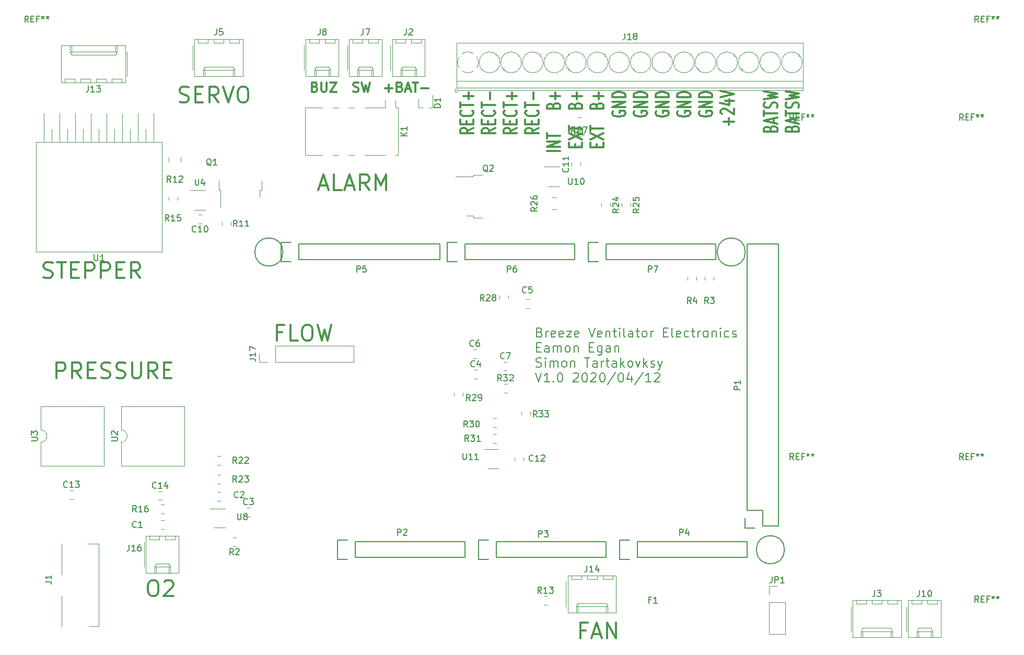
<source format=gbr>
G04 #@! TF.GenerationSoftware,KiCad,Pcbnew,(5.1.5)-3*
G04 #@! TF.CreationDate,2020-04-11T23:56:02-04:00*
G04 #@! TF.ProjectId,ventilator_shield,76656e74-696c-4617-946f-725f73686965,rev?*
G04 #@! TF.SameCoordinates,Original*
G04 #@! TF.FileFunction,Legend,Top*
G04 #@! TF.FilePolarity,Positive*
%FSLAX46Y46*%
G04 Gerber Fmt 4.6, Leading zero omitted, Abs format (unit mm)*
G04 Created by KiCad (PCBNEW (5.1.5)-3) date 2020-04-11 23:56:02*
%MOMM*%
%LPD*%
G04 APERTURE LIST*
%ADD10C,0.177800*%
%ADD11C,0.304800*%
%ADD12C,0.300000*%
%ADD13C,0.120000*%
%ADD14C,0.150000*%
G04 APERTURE END LIST*
D10*
X132518712Y-83880077D02*
X132732998Y-83951505D01*
X132804427Y-84022934D01*
X132875855Y-84165791D01*
X132875855Y-84380077D01*
X132804427Y-84522934D01*
X132732998Y-84594362D01*
X132590141Y-84665791D01*
X132018712Y-84665791D01*
X132018712Y-83165791D01*
X132518712Y-83165791D01*
X132661570Y-83237220D01*
X132732998Y-83308648D01*
X132804427Y-83451505D01*
X132804427Y-83594362D01*
X132732998Y-83737220D01*
X132661570Y-83808648D01*
X132518712Y-83880077D01*
X132018712Y-83880077D01*
X133518712Y-84665791D02*
X133518712Y-83665791D01*
X133518712Y-83951505D02*
X133590141Y-83808648D01*
X133661570Y-83737220D01*
X133804427Y-83665791D01*
X133947284Y-83665791D01*
X135018712Y-84594362D02*
X134875855Y-84665791D01*
X134590141Y-84665791D01*
X134447284Y-84594362D01*
X134375855Y-84451505D01*
X134375855Y-83880077D01*
X134447284Y-83737220D01*
X134590141Y-83665791D01*
X134875855Y-83665791D01*
X135018712Y-83737220D01*
X135090141Y-83880077D01*
X135090141Y-84022934D01*
X134375855Y-84165791D01*
X136304427Y-84594362D02*
X136161570Y-84665791D01*
X135875855Y-84665791D01*
X135732998Y-84594362D01*
X135661570Y-84451505D01*
X135661570Y-83880077D01*
X135732998Y-83737220D01*
X135875855Y-83665791D01*
X136161570Y-83665791D01*
X136304427Y-83737220D01*
X136375855Y-83880077D01*
X136375855Y-84022934D01*
X135661570Y-84165791D01*
X136875855Y-83665791D02*
X137661570Y-83665791D01*
X136875855Y-84665791D01*
X137661570Y-84665791D01*
X138804427Y-84594362D02*
X138661570Y-84665791D01*
X138375855Y-84665791D01*
X138232998Y-84594362D01*
X138161570Y-84451505D01*
X138161570Y-83880077D01*
X138232998Y-83737220D01*
X138375855Y-83665791D01*
X138661570Y-83665791D01*
X138804427Y-83737220D01*
X138875855Y-83880077D01*
X138875855Y-84022934D01*
X138161570Y-84165791D01*
X140447284Y-83165791D02*
X140947284Y-84665791D01*
X141447284Y-83165791D01*
X142518712Y-84594362D02*
X142375855Y-84665791D01*
X142090141Y-84665791D01*
X141947284Y-84594362D01*
X141875855Y-84451505D01*
X141875855Y-83880077D01*
X141947284Y-83737220D01*
X142090141Y-83665791D01*
X142375855Y-83665791D01*
X142518712Y-83737220D01*
X142590141Y-83880077D01*
X142590141Y-84022934D01*
X141875855Y-84165791D01*
X143232998Y-83665791D02*
X143232998Y-84665791D01*
X143232998Y-83808648D02*
X143304427Y-83737220D01*
X143447284Y-83665791D01*
X143661570Y-83665791D01*
X143804427Y-83737220D01*
X143875855Y-83880077D01*
X143875855Y-84665791D01*
X144375855Y-83665791D02*
X144947284Y-83665791D01*
X144590141Y-83165791D02*
X144590141Y-84451505D01*
X144661570Y-84594362D01*
X144804427Y-84665791D01*
X144947284Y-84665791D01*
X145447284Y-84665791D02*
X145447284Y-83665791D01*
X145447284Y-83165791D02*
X145375855Y-83237220D01*
X145447284Y-83308648D01*
X145518712Y-83237220D01*
X145447284Y-83165791D01*
X145447284Y-83308648D01*
X146375855Y-84665791D02*
X146232998Y-84594362D01*
X146161570Y-84451505D01*
X146161570Y-83165791D01*
X147590141Y-84665791D02*
X147590141Y-83880077D01*
X147518712Y-83737220D01*
X147375855Y-83665791D01*
X147090141Y-83665791D01*
X146947284Y-83737220D01*
X147590141Y-84594362D02*
X147447284Y-84665791D01*
X147090141Y-84665791D01*
X146947284Y-84594362D01*
X146875855Y-84451505D01*
X146875855Y-84308648D01*
X146947284Y-84165791D01*
X147090141Y-84094362D01*
X147447284Y-84094362D01*
X147590141Y-84022934D01*
X148090141Y-83665791D02*
X148661570Y-83665791D01*
X148304427Y-83165791D02*
X148304427Y-84451505D01*
X148375855Y-84594362D01*
X148518712Y-84665791D01*
X148661570Y-84665791D01*
X149375855Y-84665791D02*
X149232998Y-84594362D01*
X149161570Y-84522934D01*
X149090141Y-84380077D01*
X149090141Y-83951505D01*
X149161570Y-83808648D01*
X149232998Y-83737220D01*
X149375855Y-83665791D01*
X149590141Y-83665791D01*
X149732998Y-83737220D01*
X149804427Y-83808648D01*
X149875855Y-83951505D01*
X149875855Y-84380077D01*
X149804427Y-84522934D01*
X149732998Y-84594362D01*
X149590141Y-84665791D01*
X149375855Y-84665791D01*
X150518712Y-84665791D02*
X150518712Y-83665791D01*
X150518712Y-83951505D02*
X150590141Y-83808648D01*
X150661570Y-83737220D01*
X150804427Y-83665791D01*
X150947284Y-83665791D01*
X152590141Y-83880077D02*
X153090141Y-83880077D01*
X153304427Y-84665791D02*
X152590141Y-84665791D01*
X152590141Y-83165791D01*
X153304427Y-83165791D01*
X154161570Y-84665791D02*
X154018712Y-84594362D01*
X153947284Y-84451505D01*
X153947284Y-83165791D01*
X155304427Y-84594362D02*
X155161570Y-84665791D01*
X154875855Y-84665791D01*
X154732998Y-84594362D01*
X154661570Y-84451505D01*
X154661570Y-83880077D01*
X154732998Y-83737220D01*
X154875855Y-83665791D01*
X155161570Y-83665791D01*
X155304427Y-83737220D01*
X155375855Y-83880077D01*
X155375855Y-84022934D01*
X154661570Y-84165791D01*
X156661570Y-84594362D02*
X156518712Y-84665791D01*
X156232998Y-84665791D01*
X156090141Y-84594362D01*
X156018712Y-84522934D01*
X155947284Y-84380077D01*
X155947284Y-83951505D01*
X156018712Y-83808648D01*
X156090141Y-83737220D01*
X156232998Y-83665791D01*
X156518712Y-83665791D01*
X156661570Y-83737220D01*
X157090141Y-83665791D02*
X157661570Y-83665791D01*
X157304427Y-83165791D02*
X157304427Y-84451505D01*
X157375855Y-84594362D01*
X157518712Y-84665791D01*
X157661570Y-84665791D01*
X158161570Y-84665791D02*
X158161570Y-83665791D01*
X158161570Y-83951505D02*
X158232998Y-83808648D01*
X158304427Y-83737220D01*
X158447284Y-83665791D01*
X158590141Y-83665791D01*
X159304427Y-84665791D02*
X159161570Y-84594362D01*
X159090141Y-84522934D01*
X159018712Y-84380077D01*
X159018712Y-83951505D01*
X159090141Y-83808648D01*
X159161570Y-83737220D01*
X159304427Y-83665791D01*
X159518712Y-83665791D01*
X159661570Y-83737220D01*
X159732998Y-83808648D01*
X159804427Y-83951505D01*
X159804427Y-84380077D01*
X159732998Y-84522934D01*
X159661570Y-84594362D01*
X159518712Y-84665791D01*
X159304427Y-84665791D01*
X160447284Y-83665791D02*
X160447284Y-84665791D01*
X160447284Y-83808648D02*
X160518712Y-83737220D01*
X160661570Y-83665791D01*
X160875855Y-83665791D01*
X161018712Y-83737220D01*
X161090141Y-83880077D01*
X161090141Y-84665791D01*
X161804427Y-84665791D02*
X161804427Y-83665791D01*
X161804427Y-83165791D02*
X161732998Y-83237220D01*
X161804427Y-83308648D01*
X161875855Y-83237220D01*
X161804427Y-83165791D01*
X161804427Y-83308648D01*
X163161570Y-84594362D02*
X163018712Y-84665791D01*
X162732998Y-84665791D01*
X162590141Y-84594362D01*
X162518712Y-84522934D01*
X162447284Y-84380077D01*
X162447284Y-83951505D01*
X162518712Y-83808648D01*
X162590141Y-83737220D01*
X162732998Y-83665791D01*
X163018712Y-83665791D01*
X163161570Y-83737220D01*
X163732998Y-84594362D02*
X163875855Y-84665791D01*
X164161570Y-84665791D01*
X164304427Y-84594362D01*
X164375855Y-84451505D01*
X164375855Y-84380077D01*
X164304427Y-84237220D01*
X164161570Y-84165791D01*
X163947284Y-84165791D01*
X163804427Y-84094362D01*
X163732998Y-83951505D01*
X163732998Y-83880077D01*
X163804427Y-83737220D01*
X163947284Y-83665791D01*
X164161570Y-83665791D01*
X164304427Y-83737220D01*
X132018712Y-86307877D02*
X132518712Y-86307877D01*
X132732998Y-87093591D02*
X132018712Y-87093591D01*
X132018712Y-85593591D01*
X132732998Y-85593591D01*
X134018712Y-87093591D02*
X134018712Y-86307877D01*
X133947284Y-86165020D01*
X133804427Y-86093591D01*
X133518712Y-86093591D01*
X133375855Y-86165020D01*
X134018712Y-87022162D02*
X133875855Y-87093591D01*
X133518712Y-87093591D01*
X133375855Y-87022162D01*
X133304427Y-86879305D01*
X133304427Y-86736448D01*
X133375855Y-86593591D01*
X133518712Y-86522162D01*
X133875855Y-86522162D01*
X134018712Y-86450734D01*
X134732998Y-87093591D02*
X134732998Y-86093591D01*
X134732998Y-86236448D02*
X134804427Y-86165020D01*
X134947284Y-86093591D01*
X135161570Y-86093591D01*
X135304427Y-86165020D01*
X135375855Y-86307877D01*
X135375855Y-87093591D01*
X135375855Y-86307877D02*
X135447284Y-86165020D01*
X135590141Y-86093591D01*
X135804427Y-86093591D01*
X135947284Y-86165020D01*
X136018712Y-86307877D01*
X136018712Y-87093591D01*
X136947284Y-87093591D02*
X136804427Y-87022162D01*
X136732998Y-86950734D01*
X136661570Y-86807877D01*
X136661570Y-86379305D01*
X136732998Y-86236448D01*
X136804427Y-86165020D01*
X136947284Y-86093591D01*
X137161570Y-86093591D01*
X137304427Y-86165020D01*
X137375855Y-86236448D01*
X137447284Y-86379305D01*
X137447284Y-86807877D01*
X137375855Y-86950734D01*
X137304427Y-87022162D01*
X137161570Y-87093591D01*
X136947284Y-87093591D01*
X138090141Y-86093591D02*
X138090141Y-87093591D01*
X138090141Y-86236448D02*
X138161570Y-86165020D01*
X138304427Y-86093591D01*
X138518712Y-86093591D01*
X138661570Y-86165020D01*
X138732998Y-86307877D01*
X138732998Y-87093591D01*
X140590141Y-86307877D02*
X141090141Y-86307877D01*
X141304427Y-87093591D02*
X140590141Y-87093591D01*
X140590141Y-85593591D01*
X141304427Y-85593591D01*
X142590141Y-86093591D02*
X142590141Y-87307877D01*
X142518712Y-87450734D01*
X142447284Y-87522162D01*
X142304427Y-87593591D01*
X142090141Y-87593591D01*
X141947284Y-87522162D01*
X142590141Y-87022162D02*
X142447284Y-87093591D01*
X142161570Y-87093591D01*
X142018712Y-87022162D01*
X141947284Y-86950734D01*
X141875855Y-86807877D01*
X141875855Y-86379305D01*
X141947284Y-86236448D01*
X142018712Y-86165020D01*
X142161570Y-86093591D01*
X142447284Y-86093591D01*
X142590141Y-86165020D01*
X143947284Y-87093591D02*
X143947284Y-86307877D01*
X143875855Y-86165020D01*
X143732998Y-86093591D01*
X143447284Y-86093591D01*
X143304427Y-86165020D01*
X143947284Y-87022162D02*
X143804427Y-87093591D01*
X143447284Y-87093591D01*
X143304427Y-87022162D01*
X143232998Y-86879305D01*
X143232998Y-86736448D01*
X143304427Y-86593591D01*
X143447284Y-86522162D01*
X143804427Y-86522162D01*
X143947284Y-86450734D01*
X144661570Y-86093591D02*
X144661570Y-87093591D01*
X144661570Y-86236448D02*
X144732998Y-86165020D01*
X144875855Y-86093591D01*
X145090141Y-86093591D01*
X145232998Y-86165020D01*
X145304427Y-86307877D01*
X145304427Y-87093591D01*
X131947284Y-89449962D02*
X132161570Y-89521391D01*
X132518712Y-89521391D01*
X132661570Y-89449962D01*
X132732998Y-89378534D01*
X132804427Y-89235677D01*
X132804427Y-89092820D01*
X132732998Y-88949962D01*
X132661570Y-88878534D01*
X132518712Y-88807105D01*
X132232998Y-88735677D01*
X132090141Y-88664248D01*
X132018712Y-88592820D01*
X131947284Y-88449962D01*
X131947284Y-88307105D01*
X132018712Y-88164248D01*
X132090141Y-88092820D01*
X132232998Y-88021391D01*
X132590141Y-88021391D01*
X132804427Y-88092820D01*
X133447284Y-89521391D02*
X133447284Y-88521391D01*
X133447284Y-88021391D02*
X133375855Y-88092820D01*
X133447284Y-88164248D01*
X133518712Y-88092820D01*
X133447284Y-88021391D01*
X133447284Y-88164248D01*
X134161570Y-89521391D02*
X134161570Y-88521391D01*
X134161570Y-88664248D02*
X134232998Y-88592820D01*
X134375855Y-88521391D01*
X134590141Y-88521391D01*
X134732998Y-88592820D01*
X134804427Y-88735677D01*
X134804427Y-89521391D01*
X134804427Y-88735677D02*
X134875855Y-88592820D01*
X135018712Y-88521391D01*
X135232998Y-88521391D01*
X135375855Y-88592820D01*
X135447284Y-88735677D01*
X135447284Y-89521391D01*
X136375855Y-89521391D02*
X136232998Y-89449962D01*
X136161570Y-89378534D01*
X136090141Y-89235677D01*
X136090141Y-88807105D01*
X136161570Y-88664248D01*
X136232998Y-88592820D01*
X136375855Y-88521391D01*
X136590141Y-88521391D01*
X136732998Y-88592820D01*
X136804427Y-88664248D01*
X136875855Y-88807105D01*
X136875855Y-89235677D01*
X136804427Y-89378534D01*
X136732998Y-89449962D01*
X136590141Y-89521391D01*
X136375855Y-89521391D01*
X137518712Y-88521391D02*
X137518712Y-89521391D01*
X137518712Y-88664248D02*
X137590141Y-88592820D01*
X137732998Y-88521391D01*
X137947284Y-88521391D01*
X138090141Y-88592820D01*
X138161570Y-88735677D01*
X138161570Y-89521391D01*
X139804427Y-88021391D02*
X140661570Y-88021391D01*
X140232998Y-89521391D02*
X140232998Y-88021391D01*
X141804427Y-89521391D02*
X141804427Y-88735677D01*
X141732998Y-88592820D01*
X141590141Y-88521391D01*
X141304427Y-88521391D01*
X141161570Y-88592820D01*
X141804427Y-89449962D02*
X141661570Y-89521391D01*
X141304427Y-89521391D01*
X141161570Y-89449962D01*
X141090141Y-89307105D01*
X141090141Y-89164248D01*
X141161570Y-89021391D01*
X141304427Y-88949962D01*
X141661570Y-88949962D01*
X141804427Y-88878534D01*
X142518712Y-89521391D02*
X142518712Y-88521391D01*
X142518712Y-88807105D02*
X142590141Y-88664248D01*
X142661570Y-88592820D01*
X142804427Y-88521391D01*
X142947284Y-88521391D01*
X143232998Y-88521391D02*
X143804427Y-88521391D01*
X143447284Y-88021391D02*
X143447284Y-89307105D01*
X143518712Y-89449962D01*
X143661570Y-89521391D01*
X143804427Y-89521391D01*
X144947284Y-89521391D02*
X144947284Y-88735677D01*
X144875855Y-88592820D01*
X144732998Y-88521391D01*
X144447284Y-88521391D01*
X144304427Y-88592820D01*
X144947284Y-89449962D02*
X144804427Y-89521391D01*
X144447284Y-89521391D01*
X144304427Y-89449962D01*
X144232998Y-89307105D01*
X144232998Y-89164248D01*
X144304427Y-89021391D01*
X144447284Y-88949962D01*
X144804427Y-88949962D01*
X144947284Y-88878534D01*
X145661570Y-89521391D02*
X145661570Y-88021391D01*
X145804427Y-88949962D02*
X146232998Y-89521391D01*
X146232998Y-88521391D02*
X145661570Y-89092820D01*
X147090141Y-89521391D02*
X146947284Y-89449962D01*
X146875855Y-89378534D01*
X146804427Y-89235677D01*
X146804427Y-88807105D01*
X146875855Y-88664248D01*
X146947284Y-88592820D01*
X147090141Y-88521391D01*
X147304427Y-88521391D01*
X147447284Y-88592820D01*
X147518712Y-88664248D01*
X147590141Y-88807105D01*
X147590141Y-89235677D01*
X147518712Y-89378534D01*
X147447284Y-89449962D01*
X147304427Y-89521391D01*
X147090141Y-89521391D01*
X148090141Y-88521391D02*
X148447284Y-89521391D01*
X148804427Y-88521391D01*
X149375855Y-89521391D02*
X149375855Y-88021391D01*
X149518712Y-88949962D02*
X149947284Y-89521391D01*
X149947284Y-88521391D02*
X149375855Y-89092820D01*
X150518712Y-89449962D02*
X150661570Y-89521391D01*
X150947284Y-89521391D01*
X151090141Y-89449962D01*
X151161570Y-89307105D01*
X151161570Y-89235677D01*
X151090141Y-89092820D01*
X150947284Y-89021391D01*
X150732998Y-89021391D01*
X150590141Y-88949962D01*
X150518712Y-88807105D01*
X150518712Y-88735677D01*
X150590141Y-88592820D01*
X150732998Y-88521391D01*
X150947284Y-88521391D01*
X151090141Y-88592820D01*
X151661570Y-88521391D02*
X152018712Y-89521391D01*
X152375855Y-88521391D02*
X152018712Y-89521391D01*
X151875855Y-89878534D01*
X151804427Y-89949962D01*
X151661570Y-90021391D01*
X131804427Y-90449191D02*
X132304427Y-91949191D01*
X132804427Y-90449191D01*
X134090141Y-91949191D02*
X133232998Y-91949191D01*
X133661570Y-91949191D02*
X133661570Y-90449191D01*
X133518712Y-90663477D01*
X133375855Y-90806334D01*
X133232998Y-90877762D01*
X134732998Y-91806334D02*
X134804427Y-91877762D01*
X134732998Y-91949191D01*
X134661570Y-91877762D01*
X134732998Y-91806334D01*
X134732998Y-91949191D01*
X135732998Y-90449191D02*
X135875855Y-90449191D01*
X136018712Y-90520620D01*
X136090141Y-90592048D01*
X136161570Y-90734905D01*
X136232998Y-91020620D01*
X136232998Y-91377762D01*
X136161570Y-91663477D01*
X136090141Y-91806334D01*
X136018712Y-91877762D01*
X135875855Y-91949191D01*
X135732998Y-91949191D01*
X135590141Y-91877762D01*
X135518712Y-91806334D01*
X135447284Y-91663477D01*
X135375855Y-91377762D01*
X135375855Y-91020620D01*
X135447284Y-90734905D01*
X135518712Y-90592048D01*
X135590141Y-90520620D01*
X135732998Y-90449191D01*
X137947284Y-90592048D02*
X138018712Y-90520620D01*
X138161570Y-90449191D01*
X138518712Y-90449191D01*
X138661570Y-90520620D01*
X138732998Y-90592048D01*
X138804427Y-90734905D01*
X138804427Y-90877762D01*
X138732998Y-91092048D01*
X137875855Y-91949191D01*
X138804427Y-91949191D01*
X139732998Y-90449191D02*
X139875855Y-90449191D01*
X140018712Y-90520620D01*
X140090141Y-90592048D01*
X140161570Y-90734905D01*
X140232998Y-91020620D01*
X140232998Y-91377762D01*
X140161570Y-91663477D01*
X140090141Y-91806334D01*
X140018712Y-91877762D01*
X139875855Y-91949191D01*
X139732998Y-91949191D01*
X139590141Y-91877762D01*
X139518712Y-91806334D01*
X139447284Y-91663477D01*
X139375855Y-91377762D01*
X139375855Y-91020620D01*
X139447284Y-90734905D01*
X139518712Y-90592048D01*
X139590141Y-90520620D01*
X139732998Y-90449191D01*
X140804427Y-90592048D02*
X140875855Y-90520620D01*
X141018712Y-90449191D01*
X141375855Y-90449191D01*
X141518712Y-90520620D01*
X141590141Y-90592048D01*
X141661570Y-90734905D01*
X141661570Y-90877762D01*
X141590141Y-91092048D01*
X140732998Y-91949191D01*
X141661570Y-91949191D01*
X142590141Y-90449191D02*
X142732998Y-90449191D01*
X142875855Y-90520620D01*
X142947284Y-90592048D01*
X143018712Y-90734905D01*
X143090141Y-91020620D01*
X143090141Y-91377762D01*
X143018712Y-91663477D01*
X142947284Y-91806334D01*
X142875855Y-91877762D01*
X142732998Y-91949191D01*
X142590141Y-91949191D01*
X142447284Y-91877762D01*
X142375855Y-91806334D01*
X142304427Y-91663477D01*
X142232998Y-91377762D01*
X142232998Y-91020620D01*
X142304427Y-90734905D01*
X142375855Y-90592048D01*
X142447284Y-90520620D01*
X142590141Y-90449191D01*
X144804427Y-90377762D02*
X143518712Y-92306334D01*
X145590141Y-90449191D02*
X145732998Y-90449191D01*
X145875855Y-90520620D01*
X145947284Y-90592048D01*
X146018712Y-90734905D01*
X146090141Y-91020620D01*
X146090141Y-91377762D01*
X146018712Y-91663477D01*
X145947284Y-91806334D01*
X145875855Y-91877762D01*
X145732998Y-91949191D01*
X145590141Y-91949191D01*
X145447284Y-91877762D01*
X145375855Y-91806334D01*
X145304427Y-91663477D01*
X145232998Y-91377762D01*
X145232998Y-91020620D01*
X145304427Y-90734905D01*
X145375855Y-90592048D01*
X145447284Y-90520620D01*
X145590141Y-90449191D01*
X147375855Y-90949191D02*
X147375855Y-91949191D01*
X147018712Y-90377762D02*
X146661570Y-91449191D01*
X147590141Y-91449191D01*
X149232998Y-90377762D02*
X147947284Y-92306334D01*
X150518712Y-91949191D02*
X149661570Y-91949191D01*
X150090141Y-91949191D02*
X150090141Y-90449191D01*
X149947284Y-90663477D01*
X149804427Y-90806334D01*
X149661570Y-90877762D01*
X151090141Y-90592048D02*
X151161570Y-90520620D01*
X151304427Y-90449191D01*
X151661570Y-90449191D01*
X151804427Y-90520620D01*
X151875855Y-90592048D01*
X151947284Y-90734905D01*
X151947284Y-90877762D01*
X151875855Y-91092048D01*
X151018712Y-91949191D01*
X151947284Y-91949191D01*
D11*
X54221142Y-91317967D02*
X54221142Y-88777967D01*
X55188761Y-88777967D01*
X55430666Y-88898920D01*
X55551619Y-89019872D01*
X55672571Y-89261777D01*
X55672571Y-89624634D01*
X55551619Y-89866539D01*
X55430666Y-89987491D01*
X55188761Y-90108443D01*
X54221142Y-90108443D01*
X58212571Y-91317967D02*
X57365904Y-90108443D01*
X56761142Y-91317967D02*
X56761142Y-88777967D01*
X57728761Y-88777967D01*
X57970666Y-88898920D01*
X58091619Y-89019872D01*
X58212571Y-89261777D01*
X58212571Y-89624634D01*
X58091619Y-89866539D01*
X57970666Y-89987491D01*
X57728761Y-90108443D01*
X56761142Y-90108443D01*
X59301142Y-89987491D02*
X60147809Y-89987491D01*
X60510666Y-91317967D02*
X59301142Y-91317967D01*
X59301142Y-88777967D01*
X60510666Y-88777967D01*
X61478285Y-91197015D02*
X61841142Y-91317967D01*
X62445904Y-91317967D01*
X62687809Y-91197015D01*
X62808761Y-91076062D01*
X62929714Y-90834158D01*
X62929714Y-90592253D01*
X62808761Y-90350348D01*
X62687809Y-90229396D01*
X62445904Y-90108443D01*
X61962095Y-89987491D01*
X61720190Y-89866539D01*
X61599238Y-89745586D01*
X61478285Y-89503681D01*
X61478285Y-89261777D01*
X61599238Y-89019872D01*
X61720190Y-88898920D01*
X61962095Y-88777967D01*
X62566857Y-88777967D01*
X62929714Y-88898920D01*
X63897333Y-91197015D02*
X64260190Y-91317967D01*
X64864952Y-91317967D01*
X65106857Y-91197015D01*
X65227809Y-91076062D01*
X65348761Y-90834158D01*
X65348761Y-90592253D01*
X65227809Y-90350348D01*
X65106857Y-90229396D01*
X64864952Y-90108443D01*
X64381142Y-89987491D01*
X64139238Y-89866539D01*
X64018285Y-89745586D01*
X63897333Y-89503681D01*
X63897333Y-89261777D01*
X64018285Y-89019872D01*
X64139238Y-88898920D01*
X64381142Y-88777967D01*
X64985904Y-88777967D01*
X65348761Y-88898920D01*
X66437333Y-88777967D02*
X66437333Y-90834158D01*
X66558285Y-91076062D01*
X66679238Y-91197015D01*
X66921142Y-91317967D01*
X67404952Y-91317967D01*
X67646857Y-91197015D01*
X67767809Y-91076062D01*
X67888761Y-90834158D01*
X67888761Y-88777967D01*
X70549714Y-91317967D02*
X69703047Y-90108443D01*
X69098285Y-91317967D02*
X69098285Y-88777967D01*
X70065904Y-88777967D01*
X70307809Y-88898920D01*
X70428761Y-89019872D01*
X70549714Y-89261777D01*
X70549714Y-89624634D01*
X70428761Y-89866539D01*
X70307809Y-89987491D01*
X70065904Y-90108443D01*
X69098285Y-90108443D01*
X71638285Y-89987491D02*
X72484952Y-89987491D01*
X72847809Y-91317967D02*
X71638285Y-91317967D01*
X71638285Y-88777967D01*
X72847809Y-88777967D01*
X69642571Y-124083967D02*
X70126380Y-124083967D01*
X70368285Y-124204920D01*
X70610190Y-124446824D01*
X70731142Y-124930634D01*
X70731142Y-125777300D01*
X70610190Y-126261110D01*
X70368285Y-126503015D01*
X70126380Y-126623967D01*
X69642571Y-126623967D01*
X69400666Y-126503015D01*
X69158761Y-126261110D01*
X69037809Y-125777300D01*
X69037809Y-124930634D01*
X69158761Y-124446824D01*
X69400666Y-124204920D01*
X69642571Y-124083967D01*
X71698761Y-124325872D02*
X71819714Y-124204920D01*
X72061619Y-124083967D01*
X72666380Y-124083967D01*
X72908285Y-124204920D01*
X73029238Y-124325872D01*
X73150190Y-124567777D01*
X73150190Y-124809681D01*
X73029238Y-125172539D01*
X71577809Y-126623967D01*
X73150190Y-126623967D01*
X107452285Y-44303777D02*
X108613428Y-44303777D01*
X108032857Y-44884348D02*
X108032857Y-43723205D01*
X109847142Y-44086062D02*
X110064857Y-44158634D01*
X110137428Y-44231205D01*
X110210000Y-44376348D01*
X110210000Y-44594062D01*
X110137428Y-44739205D01*
X110064857Y-44811777D01*
X109919714Y-44884348D01*
X109339142Y-44884348D01*
X109339142Y-43360348D01*
X109847142Y-43360348D01*
X109992285Y-43432920D01*
X110064857Y-43505491D01*
X110137428Y-43650634D01*
X110137428Y-43795777D01*
X110064857Y-43940920D01*
X109992285Y-44013491D01*
X109847142Y-44086062D01*
X109339142Y-44086062D01*
X110790571Y-44448920D02*
X111516285Y-44448920D01*
X110645428Y-44884348D02*
X111153428Y-43360348D01*
X111661428Y-44884348D01*
X111951714Y-43360348D02*
X112822571Y-43360348D01*
X112387142Y-44884348D02*
X112387142Y-43360348D01*
X113330571Y-44303777D02*
X114491714Y-44303777D01*
X102299714Y-44811777D02*
X102517428Y-44884348D01*
X102880285Y-44884348D01*
X103025428Y-44811777D01*
X103098000Y-44739205D01*
X103170571Y-44594062D01*
X103170571Y-44448920D01*
X103098000Y-44303777D01*
X103025428Y-44231205D01*
X102880285Y-44158634D01*
X102590000Y-44086062D01*
X102444857Y-44013491D01*
X102372285Y-43940920D01*
X102299714Y-43795777D01*
X102299714Y-43650634D01*
X102372285Y-43505491D01*
X102444857Y-43432920D01*
X102590000Y-43360348D01*
X102952857Y-43360348D01*
X103170571Y-43432920D01*
X103678571Y-43360348D02*
X104041428Y-44884348D01*
X104331714Y-43795777D01*
X104622000Y-44884348D01*
X104984857Y-43360348D01*
X96094857Y-44086062D02*
X96312571Y-44158634D01*
X96385142Y-44231205D01*
X96457714Y-44376348D01*
X96457714Y-44594062D01*
X96385142Y-44739205D01*
X96312571Y-44811777D01*
X96167428Y-44884348D01*
X95586857Y-44884348D01*
X95586857Y-43360348D01*
X96094857Y-43360348D01*
X96240000Y-43432920D01*
X96312571Y-43505491D01*
X96385142Y-43650634D01*
X96385142Y-43795777D01*
X96312571Y-43940920D01*
X96240000Y-44013491D01*
X96094857Y-44086062D01*
X95586857Y-44086062D01*
X97110857Y-43360348D02*
X97110857Y-44594062D01*
X97183428Y-44739205D01*
X97256000Y-44811777D01*
X97401142Y-44884348D01*
X97691428Y-44884348D01*
X97836571Y-44811777D01*
X97909142Y-44739205D01*
X97981714Y-44594062D01*
X97981714Y-43360348D01*
X98562285Y-43360348D02*
X99578285Y-43360348D01*
X98562285Y-44884348D01*
X99578285Y-44884348D01*
X96893142Y-60112253D02*
X98102666Y-60112253D01*
X96651238Y-60837967D02*
X97497904Y-58297967D01*
X98344571Y-60837967D01*
X100400761Y-60837967D02*
X99191238Y-60837967D01*
X99191238Y-58297967D01*
X101126476Y-60112253D02*
X102336000Y-60112253D01*
X100884571Y-60837967D02*
X101731238Y-58297967D01*
X102577904Y-60837967D01*
X104876000Y-60837967D02*
X104029333Y-59628443D01*
X103424571Y-60837967D02*
X103424571Y-58297967D01*
X104392190Y-58297967D01*
X104634095Y-58418920D01*
X104755047Y-58539872D01*
X104876000Y-58781777D01*
X104876000Y-59144634D01*
X104755047Y-59386539D01*
X104634095Y-59507491D01*
X104392190Y-59628443D01*
X103424571Y-59628443D01*
X105964571Y-60837967D02*
X105964571Y-58297967D01*
X106811238Y-60112253D01*
X107657904Y-58297967D01*
X107657904Y-60837967D01*
X74166190Y-46493015D02*
X74529047Y-46613967D01*
X75133809Y-46613967D01*
X75375714Y-46493015D01*
X75496666Y-46372062D01*
X75617619Y-46130158D01*
X75617619Y-45888253D01*
X75496666Y-45646348D01*
X75375714Y-45525396D01*
X75133809Y-45404443D01*
X74650000Y-45283491D01*
X74408095Y-45162539D01*
X74287142Y-45041586D01*
X74166190Y-44799681D01*
X74166190Y-44557777D01*
X74287142Y-44315872D01*
X74408095Y-44194920D01*
X74650000Y-44073967D01*
X75254761Y-44073967D01*
X75617619Y-44194920D01*
X76706190Y-45283491D02*
X77552857Y-45283491D01*
X77915714Y-46613967D02*
X76706190Y-46613967D01*
X76706190Y-44073967D01*
X77915714Y-44073967D01*
X80455714Y-46613967D02*
X79609047Y-45404443D01*
X79004285Y-46613967D02*
X79004285Y-44073967D01*
X79971904Y-44073967D01*
X80213809Y-44194920D01*
X80334761Y-44315872D01*
X80455714Y-44557777D01*
X80455714Y-44920634D01*
X80334761Y-45162539D01*
X80213809Y-45283491D01*
X79971904Y-45404443D01*
X79004285Y-45404443D01*
X81181428Y-44073967D02*
X82028095Y-46613967D01*
X82874761Y-44073967D01*
X84205238Y-44073967D02*
X84689047Y-44073967D01*
X84930952Y-44194920D01*
X85172857Y-44436824D01*
X85293809Y-44920634D01*
X85293809Y-45767300D01*
X85172857Y-46251110D01*
X84930952Y-46493015D01*
X84689047Y-46613967D01*
X84205238Y-46613967D01*
X83963333Y-46493015D01*
X83721428Y-46251110D01*
X83600476Y-45767300D01*
X83600476Y-44920634D01*
X83721428Y-44436824D01*
X83963333Y-44194920D01*
X84205238Y-44073967D01*
X52116571Y-74941015D02*
X52479428Y-75061967D01*
X53084190Y-75061967D01*
X53326095Y-74941015D01*
X53447047Y-74820062D01*
X53568000Y-74578158D01*
X53568000Y-74336253D01*
X53447047Y-74094348D01*
X53326095Y-73973396D01*
X53084190Y-73852443D01*
X52600380Y-73731491D01*
X52358476Y-73610539D01*
X52237523Y-73489586D01*
X52116571Y-73247681D01*
X52116571Y-73005777D01*
X52237523Y-72763872D01*
X52358476Y-72642920D01*
X52600380Y-72521967D01*
X53205142Y-72521967D01*
X53568000Y-72642920D01*
X54293714Y-72521967D02*
X55745142Y-72521967D01*
X55019428Y-75061967D02*
X55019428Y-72521967D01*
X56591809Y-73731491D02*
X57438476Y-73731491D01*
X57801333Y-75061967D02*
X56591809Y-75061967D01*
X56591809Y-72521967D01*
X57801333Y-72521967D01*
X58889904Y-75061967D02*
X58889904Y-72521967D01*
X59857523Y-72521967D01*
X60099428Y-72642920D01*
X60220380Y-72763872D01*
X60341333Y-73005777D01*
X60341333Y-73368634D01*
X60220380Y-73610539D01*
X60099428Y-73731491D01*
X59857523Y-73852443D01*
X58889904Y-73852443D01*
X61429904Y-75061967D02*
X61429904Y-72521967D01*
X62397523Y-72521967D01*
X62639428Y-72642920D01*
X62760380Y-72763872D01*
X62881333Y-73005777D01*
X62881333Y-73368634D01*
X62760380Y-73610539D01*
X62639428Y-73731491D01*
X62397523Y-73852443D01*
X61429904Y-73852443D01*
X63969904Y-73731491D02*
X64816571Y-73731491D01*
X65179428Y-75061967D02*
X63969904Y-75061967D01*
X63969904Y-72521967D01*
X65179428Y-72521967D01*
X67719428Y-75061967D02*
X66872761Y-73852443D01*
X66268000Y-75061967D02*
X66268000Y-72521967D01*
X67235619Y-72521967D01*
X67477523Y-72642920D01*
X67598476Y-72763872D01*
X67719428Y-73005777D01*
X67719428Y-73368634D01*
X67598476Y-73610539D01*
X67477523Y-73731491D01*
X67235619Y-73852443D01*
X66268000Y-73852443D01*
D12*
X121769107Y-50786777D02*
X120747678Y-51286777D01*
X121769107Y-51643920D02*
X119624107Y-51643920D01*
X119624107Y-51072491D01*
X119726250Y-50929634D01*
X119828392Y-50858205D01*
X120032678Y-50786777D01*
X120339107Y-50786777D01*
X120543392Y-50858205D01*
X120645535Y-50929634D01*
X120747678Y-51072491D01*
X120747678Y-51643920D01*
X120645535Y-50143920D02*
X120645535Y-49643920D01*
X121769107Y-49429634D02*
X121769107Y-50143920D01*
X119624107Y-50143920D01*
X119624107Y-49429634D01*
X121564821Y-47929634D02*
X121666964Y-48001062D01*
X121769107Y-48215348D01*
X121769107Y-48358205D01*
X121666964Y-48572491D01*
X121462678Y-48715348D01*
X121258392Y-48786777D01*
X120849821Y-48858205D01*
X120543392Y-48858205D01*
X120134821Y-48786777D01*
X119930535Y-48715348D01*
X119726250Y-48572491D01*
X119624107Y-48358205D01*
X119624107Y-48215348D01*
X119726250Y-48001062D01*
X119828392Y-47929634D01*
X119624107Y-47501062D02*
X119624107Y-46643920D01*
X121769107Y-47072491D02*
X119624107Y-47072491D01*
X120951964Y-46143920D02*
X120951964Y-45001062D01*
X121769107Y-45572491D02*
X120134821Y-45572491D01*
X125286607Y-50786777D02*
X124265178Y-51286777D01*
X125286607Y-51643920D02*
X123141607Y-51643920D01*
X123141607Y-51072491D01*
X123243750Y-50929634D01*
X123345892Y-50858205D01*
X123550178Y-50786777D01*
X123856607Y-50786777D01*
X124060892Y-50858205D01*
X124163035Y-50929634D01*
X124265178Y-51072491D01*
X124265178Y-51643920D01*
X124163035Y-50143920D02*
X124163035Y-49643920D01*
X125286607Y-49429634D02*
X125286607Y-50143920D01*
X123141607Y-50143920D01*
X123141607Y-49429634D01*
X125082321Y-47929634D02*
X125184464Y-48001062D01*
X125286607Y-48215348D01*
X125286607Y-48358205D01*
X125184464Y-48572491D01*
X124980178Y-48715348D01*
X124775892Y-48786777D01*
X124367321Y-48858205D01*
X124060892Y-48858205D01*
X123652321Y-48786777D01*
X123448035Y-48715348D01*
X123243750Y-48572491D01*
X123141607Y-48358205D01*
X123141607Y-48215348D01*
X123243750Y-48001062D01*
X123345892Y-47929634D01*
X123141607Y-47501062D02*
X123141607Y-46643920D01*
X125286607Y-47072491D02*
X123141607Y-47072491D01*
X124469464Y-46143920D02*
X124469464Y-45001062D01*
X128804107Y-50786777D02*
X127782678Y-51286777D01*
X128804107Y-51643920D02*
X126659107Y-51643920D01*
X126659107Y-51072491D01*
X126761250Y-50929634D01*
X126863392Y-50858205D01*
X127067678Y-50786777D01*
X127374107Y-50786777D01*
X127578392Y-50858205D01*
X127680535Y-50929634D01*
X127782678Y-51072491D01*
X127782678Y-51643920D01*
X127680535Y-50143920D02*
X127680535Y-49643920D01*
X128804107Y-49429634D02*
X128804107Y-50143920D01*
X126659107Y-50143920D01*
X126659107Y-49429634D01*
X128599821Y-47929634D02*
X128701964Y-48001062D01*
X128804107Y-48215348D01*
X128804107Y-48358205D01*
X128701964Y-48572491D01*
X128497678Y-48715348D01*
X128293392Y-48786777D01*
X127884821Y-48858205D01*
X127578392Y-48858205D01*
X127169821Y-48786777D01*
X126965535Y-48715348D01*
X126761250Y-48572491D01*
X126659107Y-48358205D01*
X126659107Y-48215348D01*
X126761250Y-48001062D01*
X126863392Y-47929634D01*
X126659107Y-47501062D02*
X126659107Y-46643920D01*
X128804107Y-47072491D02*
X126659107Y-47072491D01*
X127986964Y-46143920D02*
X127986964Y-45001062D01*
X128804107Y-45572491D02*
X127169821Y-45572491D01*
X132321607Y-50786777D02*
X131300178Y-51286777D01*
X132321607Y-51643920D02*
X130176607Y-51643920D01*
X130176607Y-51072491D01*
X130278750Y-50929634D01*
X130380892Y-50858205D01*
X130585178Y-50786777D01*
X130891607Y-50786777D01*
X131095892Y-50858205D01*
X131198035Y-50929634D01*
X131300178Y-51072491D01*
X131300178Y-51643920D01*
X131198035Y-50143920D02*
X131198035Y-49643920D01*
X132321607Y-49429634D02*
X132321607Y-50143920D01*
X130176607Y-50143920D01*
X130176607Y-49429634D01*
X132117321Y-47929634D02*
X132219464Y-48001062D01*
X132321607Y-48215348D01*
X132321607Y-48358205D01*
X132219464Y-48572491D01*
X132015178Y-48715348D01*
X131810892Y-48786777D01*
X131402321Y-48858205D01*
X131095892Y-48858205D01*
X130687321Y-48786777D01*
X130483035Y-48715348D01*
X130278750Y-48572491D01*
X130176607Y-48358205D01*
X130176607Y-48215348D01*
X130278750Y-48001062D01*
X130380892Y-47929634D01*
X130176607Y-47501062D02*
X130176607Y-46643920D01*
X132321607Y-47072491D02*
X130176607Y-47072491D01*
X131504464Y-46143920D02*
X131504464Y-45001062D01*
X135839107Y-54501062D02*
X133694107Y-54501062D01*
X135839107Y-53786777D02*
X133694107Y-53786777D01*
X135839107Y-52929634D01*
X133694107Y-52929634D01*
X133694107Y-52429634D02*
X133694107Y-51572491D01*
X135839107Y-52001062D02*
X133694107Y-52001062D01*
X134715535Y-47143920D02*
X134817678Y-46929634D01*
X134919821Y-46858205D01*
X135124107Y-46786777D01*
X135430535Y-46786777D01*
X135634821Y-46858205D01*
X135736964Y-46929634D01*
X135839107Y-47072491D01*
X135839107Y-47643920D01*
X133694107Y-47643920D01*
X133694107Y-47143920D01*
X133796250Y-47001062D01*
X133898392Y-46929634D01*
X134102678Y-46858205D01*
X134306964Y-46858205D01*
X134511250Y-46929634D01*
X134613392Y-47001062D01*
X134715535Y-47143920D01*
X134715535Y-47643920D01*
X135021964Y-46143920D02*
X135021964Y-45001062D01*
X135839107Y-45572491D02*
X134204821Y-45572491D01*
X138233035Y-53858205D02*
X138233035Y-53358205D01*
X139356607Y-53143920D02*
X139356607Y-53858205D01*
X137211607Y-53858205D01*
X137211607Y-53143920D01*
X137211607Y-52643920D02*
X139356607Y-51643920D01*
X137211607Y-51643920D02*
X139356607Y-52643920D01*
X137211607Y-51286777D02*
X137211607Y-50429634D01*
X139356607Y-50858205D02*
X137211607Y-50858205D01*
X138233035Y-47143920D02*
X138335178Y-46929634D01*
X138437321Y-46858205D01*
X138641607Y-46786777D01*
X138948035Y-46786777D01*
X139152321Y-46858205D01*
X139254464Y-46929634D01*
X139356607Y-47072491D01*
X139356607Y-47643920D01*
X137211607Y-47643920D01*
X137211607Y-47143920D01*
X137313750Y-47001062D01*
X137415892Y-46929634D01*
X137620178Y-46858205D01*
X137824464Y-46858205D01*
X138028750Y-46929634D01*
X138130892Y-47001062D01*
X138233035Y-47143920D01*
X138233035Y-47643920D01*
X138539464Y-46143920D02*
X138539464Y-45001062D01*
X139356607Y-45572491D02*
X137722321Y-45572491D01*
X141750535Y-53858205D02*
X141750535Y-53358205D01*
X142874107Y-53143920D02*
X142874107Y-53858205D01*
X140729107Y-53858205D01*
X140729107Y-53143920D01*
X140729107Y-52643920D02*
X142874107Y-51643920D01*
X140729107Y-51643920D02*
X142874107Y-52643920D01*
X140729107Y-51286777D02*
X140729107Y-50429634D01*
X142874107Y-50858205D02*
X140729107Y-50858205D01*
X141750535Y-47143920D02*
X141852678Y-46929634D01*
X141954821Y-46858205D01*
X142159107Y-46786777D01*
X142465535Y-46786777D01*
X142669821Y-46858205D01*
X142771964Y-46929634D01*
X142874107Y-47072491D01*
X142874107Y-47643920D01*
X140729107Y-47643920D01*
X140729107Y-47143920D01*
X140831250Y-47001062D01*
X140933392Y-46929634D01*
X141137678Y-46858205D01*
X141341964Y-46858205D01*
X141546250Y-46929634D01*
X141648392Y-47001062D01*
X141750535Y-47143920D01*
X141750535Y-47643920D01*
X142056964Y-46143920D02*
X142056964Y-45001062D01*
X142874107Y-45572491D02*
X141239821Y-45572491D01*
X144348750Y-48072491D02*
X144246607Y-48215348D01*
X144246607Y-48429634D01*
X144348750Y-48643920D01*
X144553035Y-48786777D01*
X144757321Y-48858205D01*
X145165892Y-48929634D01*
X145472321Y-48929634D01*
X145880892Y-48858205D01*
X146085178Y-48786777D01*
X146289464Y-48643920D01*
X146391607Y-48429634D01*
X146391607Y-48286777D01*
X146289464Y-48072491D01*
X146187321Y-48001062D01*
X145472321Y-48001062D01*
X145472321Y-48286777D01*
X146391607Y-47358205D02*
X144246607Y-47358205D01*
X146391607Y-46501062D01*
X144246607Y-46501062D01*
X146391607Y-45786777D02*
X144246607Y-45786777D01*
X144246607Y-45429634D01*
X144348750Y-45215348D01*
X144553035Y-45072491D01*
X144757321Y-45001062D01*
X145165892Y-44929634D01*
X145472321Y-44929634D01*
X145880892Y-45001062D01*
X146085178Y-45072491D01*
X146289464Y-45215348D01*
X146391607Y-45429634D01*
X146391607Y-45786777D01*
X147866250Y-48072491D02*
X147764107Y-48215348D01*
X147764107Y-48429634D01*
X147866250Y-48643920D01*
X148070535Y-48786777D01*
X148274821Y-48858205D01*
X148683392Y-48929634D01*
X148989821Y-48929634D01*
X149398392Y-48858205D01*
X149602678Y-48786777D01*
X149806964Y-48643920D01*
X149909107Y-48429634D01*
X149909107Y-48286777D01*
X149806964Y-48072491D01*
X149704821Y-48001062D01*
X148989821Y-48001062D01*
X148989821Y-48286777D01*
X149909107Y-47358205D02*
X147764107Y-47358205D01*
X149909107Y-46501062D01*
X147764107Y-46501062D01*
X149909107Y-45786777D02*
X147764107Y-45786777D01*
X147764107Y-45429634D01*
X147866250Y-45215348D01*
X148070535Y-45072491D01*
X148274821Y-45001062D01*
X148683392Y-44929634D01*
X148989821Y-44929634D01*
X149398392Y-45001062D01*
X149602678Y-45072491D01*
X149806964Y-45215348D01*
X149909107Y-45429634D01*
X149909107Y-45786777D01*
X151383750Y-48072491D02*
X151281607Y-48215348D01*
X151281607Y-48429634D01*
X151383750Y-48643920D01*
X151588035Y-48786777D01*
X151792321Y-48858205D01*
X152200892Y-48929634D01*
X152507321Y-48929634D01*
X152915892Y-48858205D01*
X153120178Y-48786777D01*
X153324464Y-48643920D01*
X153426607Y-48429634D01*
X153426607Y-48286777D01*
X153324464Y-48072491D01*
X153222321Y-48001062D01*
X152507321Y-48001062D01*
X152507321Y-48286777D01*
X153426607Y-47358205D02*
X151281607Y-47358205D01*
X153426607Y-46501062D01*
X151281607Y-46501062D01*
X153426607Y-45786777D02*
X151281607Y-45786777D01*
X151281607Y-45429634D01*
X151383750Y-45215348D01*
X151588035Y-45072491D01*
X151792321Y-45001062D01*
X152200892Y-44929634D01*
X152507321Y-44929634D01*
X152915892Y-45001062D01*
X153120178Y-45072491D01*
X153324464Y-45215348D01*
X153426607Y-45429634D01*
X153426607Y-45786777D01*
X154901250Y-48072491D02*
X154799107Y-48215348D01*
X154799107Y-48429634D01*
X154901250Y-48643920D01*
X155105535Y-48786777D01*
X155309821Y-48858205D01*
X155718392Y-48929634D01*
X156024821Y-48929634D01*
X156433392Y-48858205D01*
X156637678Y-48786777D01*
X156841964Y-48643920D01*
X156944107Y-48429634D01*
X156944107Y-48286777D01*
X156841964Y-48072491D01*
X156739821Y-48001062D01*
X156024821Y-48001062D01*
X156024821Y-48286777D01*
X156944107Y-47358205D02*
X154799107Y-47358205D01*
X156944107Y-46501062D01*
X154799107Y-46501062D01*
X156944107Y-45786777D02*
X154799107Y-45786777D01*
X154799107Y-45429634D01*
X154901250Y-45215348D01*
X155105535Y-45072491D01*
X155309821Y-45001062D01*
X155718392Y-44929634D01*
X156024821Y-44929634D01*
X156433392Y-45001062D01*
X156637678Y-45072491D01*
X156841964Y-45215348D01*
X156944107Y-45429634D01*
X156944107Y-45786777D01*
X158418750Y-48072491D02*
X158316607Y-48215348D01*
X158316607Y-48429634D01*
X158418750Y-48643920D01*
X158623035Y-48786777D01*
X158827321Y-48858205D01*
X159235892Y-48929634D01*
X159542321Y-48929634D01*
X159950892Y-48858205D01*
X160155178Y-48786777D01*
X160359464Y-48643920D01*
X160461607Y-48429634D01*
X160461607Y-48286777D01*
X160359464Y-48072491D01*
X160257321Y-48001062D01*
X159542321Y-48001062D01*
X159542321Y-48286777D01*
X160461607Y-47358205D02*
X158316607Y-47358205D01*
X160461607Y-46501062D01*
X158316607Y-46501062D01*
X160461607Y-45786777D02*
X158316607Y-45786777D01*
X158316607Y-45429634D01*
X158418750Y-45215348D01*
X158623035Y-45072491D01*
X158827321Y-45001062D01*
X159235892Y-44929634D01*
X159542321Y-44929634D01*
X159950892Y-45001062D01*
X160155178Y-45072491D01*
X160359464Y-45215348D01*
X160461607Y-45429634D01*
X160461607Y-45786777D01*
X163161964Y-50286777D02*
X163161964Y-49143920D01*
X163979107Y-49715348D02*
X162344821Y-49715348D01*
X162038392Y-48501062D02*
X161936250Y-48429634D01*
X161834107Y-48286777D01*
X161834107Y-47929634D01*
X161936250Y-47786777D01*
X162038392Y-47715348D01*
X162242678Y-47643920D01*
X162446964Y-47643920D01*
X162753392Y-47715348D01*
X163979107Y-48572491D01*
X163979107Y-47643920D01*
X162549107Y-46358205D02*
X163979107Y-46358205D01*
X161731964Y-46715348D02*
X163264107Y-47072491D01*
X163264107Y-46143920D01*
X161834107Y-45786777D02*
X163979107Y-45286777D01*
X161834107Y-44786777D01*
X169890535Y-50858205D02*
X169992678Y-50643920D01*
X170094821Y-50572491D01*
X170299107Y-50501062D01*
X170605535Y-50501062D01*
X170809821Y-50572491D01*
X170911964Y-50643920D01*
X171014107Y-50786777D01*
X171014107Y-51358205D01*
X168869107Y-51358205D01*
X168869107Y-50858205D01*
X168971250Y-50715348D01*
X169073392Y-50643920D01*
X169277678Y-50572491D01*
X169481964Y-50572491D01*
X169686250Y-50643920D01*
X169788392Y-50715348D01*
X169890535Y-50858205D01*
X169890535Y-51358205D01*
X170401250Y-49929634D02*
X170401250Y-49215348D01*
X171014107Y-50072491D02*
X168869107Y-49572491D01*
X171014107Y-49072491D01*
X168869107Y-48786777D02*
X168869107Y-47929634D01*
X171014107Y-48358205D02*
X168869107Y-48358205D01*
X170911964Y-47501062D02*
X171014107Y-47286777D01*
X171014107Y-46929634D01*
X170911964Y-46786777D01*
X170809821Y-46715348D01*
X170605535Y-46643920D01*
X170401250Y-46643920D01*
X170196964Y-46715348D01*
X170094821Y-46786777D01*
X169992678Y-46929634D01*
X169890535Y-47215348D01*
X169788392Y-47358205D01*
X169686250Y-47429634D01*
X169481964Y-47501062D01*
X169277678Y-47501062D01*
X169073392Y-47429634D01*
X168971250Y-47358205D01*
X168869107Y-47215348D01*
X168869107Y-46858205D01*
X168971250Y-46643920D01*
X168869107Y-46143920D02*
X171014107Y-45786777D01*
X169481964Y-45501062D01*
X171014107Y-45215348D01*
X168869107Y-44858205D01*
X173408035Y-50858205D02*
X173510178Y-50643920D01*
X173612321Y-50572491D01*
X173816607Y-50501062D01*
X174123035Y-50501062D01*
X174327321Y-50572491D01*
X174429464Y-50643920D01*
X174531607Y-50786777D01*
X174531607Y-51358205D01*
X172386607Y-51358205D01*
X172386607Y-50858205D01*
X172488750Y-50715348D01*
X172590892Y-50643920D01*
X172795178Y-50572491D01*
X172999464Y-50572491D01*
X173203750Y-50643920D01*
X173305892Y-50715348D01*
X173408035Y-50858205D01*
X173408035Y-51358205D01*
X173918750Y-49929634D02*
X173918750Y-49215348D01*
X174531607Y-50072491D02*
X172386607Y-49572491D01*
X174531607Y-49072491D01*
X172386607Y-48786777D02*
X172386607Y-47929634D01*
X174531607Y-48358205D02*
X172386607Y-48358205D01*
X174429464Y-47501062D02*
X174531607Y-47286777D01*
X174531607Y-46929634D01*
X174429464Y-46786777D01*
X174327321Y-46715348D01*
X174123035Y-46643920D01*
X173918750Y-46643920D01*
X173714464Y-46715348D01*
X173612321Y-46786777D01*
X173510178Y-46929634D01*
X173408035Y-47215348D01*
X173305892Y-47358205D01*
X173203750Y-47429634D01*
X172999464Y-47501062D01*
X172795178Y-47501062D01*
X172590892Y-47429634D01*
X172488750Y-47358205D01*
X172386607Y-47215348D01*
X172386607Y-46858205D01*
X172488750Y-46643920D01*
X172386607Y-46143920D02*
X174531607Y-45786777D01*
X172999464Y-45501062D01*
X174531607Y-45215348D01*
X172386607Y-44858205D01*
X139923809Y-132183491D02*
X139077142Y-132183491D01*
X139077142Y-133513967D02*
X139077142Y-130973967D01*
X140286666Y-130973967D01*
X141133333Y-132788253D02*
X142342857Y-132788253D01*
X140891428Y-133513967D02*
X141738095Y-130973967D01*
X142584761Y-133513967D01*
X143431428Y-133513967D02*
X143431428Y-130973967D01*
X144882857Y-133513967D01*
X144882857Y-130973967D01*
D11*
X90760857Y-83891491D02*
X89914190Y-83891491D01*
X89914190Y-85221967D02*
X89914190Y-82681967D01*
X91123714Y-82681967D01*
X93300857Y-85221967D02*
X92091333Y-85221967D01*
X92091333Y-82681967D01*
X94631333Y-82681967D02*
X95115142Y-82681967D01*
X95357047Y-82802920D01*
X95598952Y-83044824D01*
X95719904Y-83528634D01*
X95719904Y-84375300D01*
X95598952Y-84859110D01*
X95357047Y-85101015D01*
X95115142Y-85221967D01*
X94631333Y-85221967D01*
X94389428Y-85101015D01*
X94147523Y-84859110D01*
X94026571Y-84375300D01*
X94026571Y-83528634D01*
X94147523Y-83044824D01*
X94389428Y-82802920D01*
X94631333Y-82681967D01*
X96566571Y-82681967D02*
X97171333Y-85221967D01*
X97655142Y-83407681D01*
X98138952Y-85221967D01*
X98743714Y-82681967D01*
D13*
X83293252Y-117144920D02*
X82770748Y-117144920D01*
X83293252Y-118564920D02*
X82770748Y-118564920D01*
X70743748Y-111074920D02*
X71266252Y-111074920D01*
X70743748Y-109654920D02*
X71266252Y-109654920D01*
X56354748Y-110944920D02*
X56877252Y-110944920D01*
X56354748Y-109524920D02*
X56877252Y-109524920D01*
X78344000Y-60872920D02*
X75894000Y-60872920D01*
X76544000Y-64092920D02*
X78344000Y-64092920D01*
X52200000Y-53084920D02*
X52200000Y-48429920D01*
X53470000Y-53084920D02*
X53470000Y-50970920D01*
X54740000Y-53084920D02*
X54740000Y-48429920D01*
X56010000Y-53084920D02*
X56010000Y-50970920D01*
X57280000Y-53084920D02*
X57280000Y-48429920D01*
X58550000Y-53084920D02*
X58550000Y-50970920D01*
X59820000Y-53084920D02*
X59820000Y-48429920D01*
X61090000Y-53084920D02*
X61090000Y-50970920D01*
X62360000Y-53084920D02*
X62360000Y-48429920D01*
X63630000Y-53084920D02*
X63630000Y-50970920D01*
X64900000Y-53084920D02*
X64900000Y-48429920D01*
X66170000Y-53084920D02*
X66170000Y-50970920D01*
X67440000Y-53084920D02*
X67440000Y-48429920D01*
X68710000Y-53084920D02*
X68710000Y-50970920D01*
X69980000Y-53084920D02*
X69980000Y-48414920D01*
X50870000Y-70824920D02*
X50870000Y-53084920D01*
X71310000Y-70824920D02*
X71310000Y-53084920D01*
X71310000Y-70824920D02*
X50870000Y-70824920D01*
X71310000Y-53084920D02*
X50870000Y-53084920D01*
X139173252Y-49072920D02*
X138650748Y-49072920D01*
X139173252Y-50492920D02*
X138650748Y-50492920D01*
X112860000Y-46054920D02*
X112860000Y-47464920D01*
X115180000Y-47464920D02*
X115180000Y-45434920D01*
X115180000Y-47464920D02*
X114520000Y-47464920D01*
X113520000Y-47464920D02*
X112860000Y-47464920D01*
X125860000Y-102854920D02*
X123430000Y-102854920D01*
X124100000Y-105924920D02*
X125860000Y-105924920D01*
X135748000Y-57062920D02*
X133298000Y-57062920D01*
X133948000Y-60282920D02*
X135748000Y-60282920D01*
X81530000Y-112468920D02*
X79100000Y-112468920D01*
X79770000Y-115538920D02*
X81530000Y-115538920D01*
X51650000Y-99714920D02*
G75*
G02X51650000Y-101714920I0J-1000000D01*
G01*
X51650000Y-101714920D02*
X51650000Y-105519920D01*
X51650000Y-105519920D02*
X61930000Y-105519920D01*
X61930000Y-105519920D02*
X61930000Y-95909920D01*
X61930000Y-95909920D02*
X51650000Y-95909920D01*
X51650000Y-95909920D02*
X51650000Y-99714920D01*
X64650000Y-99714920D02*
G75*
G02X64650000Y-101714920I0J-1000000D01*
G01*
X64650000Y-101714920D02*
X64650000Y-105519920D01*
X64650000Y-105519920D02*
X74930000Y-105519920D01*
X74930000Y-105519920D02*
X74930000Y-95909920D01*
X74930000Y-95909920D02*
X64650000Y-95909920D01*
X64650000Y-95909920D02*
X64650000Y-99714920D01*
X130986000Y-97288172D02*
X130986000Y-96765668D01*
X129566000Y-97288172D02*
X129566000Y-96765668D01*
X126712748Y-93672920D02*
X127235252Y-93672920D01*
X126712748Y-92252920D02*
X127235252Y-92252920D01*
X124934748Y-101800920D02*
X125457252Y-101800920D01*
X124934748Y-100380920D02*
X125457252Y-100380920D01*
X125457252Y-97840920D02*
X124934748Y-97840920D01*
X125457252Y-99260920D02*
X124934748Y-99260920D01*
X118644000Y-93717668D02*
X118644000Y-94240172D01*
X120064000Y-93717668D02*
X120064000Y-94240172D01*
X127430000Y-78492172D02*
X127430000Y-77969668D01*
X126010000Y-78492172D02*
X126010000Y-77969668D01*
X138650748Y-53540920D02*
X139173252Y-53540920D01*
X138650748Y-52120920D02*
X139173252Y-52120920D01*
X135248000Y-63990920D02*
X134448000Y-63990920D01*
X134448000Y-61990920D02*
X135248000Y-61990920D01*
X145822000Y-62983668D02*
X145822000Y-63506172D01*
X147242000Y-62983668D02*
X147242000Y-63506172D01*
X142520000Y-62983668D02*
X142520000Y-63506172D01*
X143940000Y-62983668D02*
X143940000Y-63506172D01*
X80230748Y-108404920D02*
X80753252Y-108404920D01*
X80230748Y-106984920D02*
X80753252Y-106984920D01*
X80753252Y-103936920D02*
X80230748Y-103936920D01*
X80753252Y-105356920D02*
X80230748Y-105356920D01*
X71609252Y-111810920D02*
X71086748Y-111810920D01*
X71609252Y-113230920D02*
X71086748Y-113230920D01*
X72416000Y-61967668D02*
X72416000Y-62490172D01*
X73836000Y-61967668D02*
X73836000Y-62490172D01*
X133178748Y-128074920D02*
X133701252Y-128074920D01*
X133178748Y-126654920D02*
X133701252Y-126654920D01*
X74380000Y-55478920D02*
X74380000Y-56278920D01*
X72380000Y-56278920D02*
X72380000Y-55478920D01*
X81052000Y-66031668D02*
X81052000Y-66554172D01*
X82472000Y-66031668D02*
X82472000Y-66554172D01*
X157910000Y-75444172D02*
X157910000Y-74921668D01*
X156490000Y-75444172D02*
X156490000Y-74921668D01*
X160704000Y-75444172D02*
X160704000Y-74921668D01*
X159284000Y-75444172D02*
X159284000Y-74921668D01*
X121735000Y-65019920D02*
X120635000Y-65019920D01*
X121735000Y-65289920D02*
X121735000Y-65019920D01*
X123235000Y-65289920D02*
X121735000Y-65289920D01*
X121735000Y-58659920D02*
X118905000Y-58659920D01*
X121735000Y-58389920D02*
X121735000Y-58659920D01*
X123235000Y-58389920D02*
X121735000Y-58389920D01*
X87160000Y-60834920D02*
X87160000Y-61934920D01*
X87430000Y-60834920D02*
X87160000Y-60834920D01*
X87430000Y-59334920D02*
X87430000Y-60834920D01*
X80800000Y-60834920D02*
X80800000Y-63664920D01*
X80530000Y-60834920D02*
X80800000Y-60834920D01*
X80530000Y-59334920D02*
X80530000Y-60834920D01*
X109180000Y-46264920D02*
X109180000Y-47464920D01*
X109180000Y-47464920D02*
X109580000Y-47464920D01*
X109580000Y-47464920D02*
X109580000Y-55164920D01*
X109580000Y-55164920D02*
X109180000Y-55164920D01*
X107480000Y-55164920D02*
X104180000Y-55164920D01*
X107480000Y-47464920D02*
X104180000Y-47464920D01*
X107480000Y-47464920D02*
X107480000Y-46264920D01*
X102480000Y-47464920D02*
X101480000Y-47464920D01*
X99880000Y-47464920D02*
X98980000Y-47464920D01*
X97280000Y-47464920D02*
X94480000Y-47464920D01*
X94480000Y-47464920D02*
X94480000Y-55164920D01*
X94480000Y-55164920D02*
X97280000Y-55164920D01*
X98980000Y-55164920D02*
X99880000Y-55164920D01*
X101480000Y-55164920D02*
X102480000Y-55164920D01*
X169650000Y-125034920D02*
X170980000Y-125034920D01*
X169650000Y-126364920D02*
X169650000Y-125034920D01*
X169650000Y-127634920D02*
X172310000Y-127634920D01*
X172310000Y-127634920D02*
X172310000Y-132774920D01*
X169650000Y-127634920D02*
X169650000Y-132774920D01*
X169650000Y-132774920D02*
X172310000Y-132774920D01*
X118828000Y-44930920D02*
X119228000Y-44930920D01*
X118828000Y-44290920D02*
X118828000Y-44930920D01*
X172233000Y-41071920D02*
X172104000Y-41199920D01*
X174448000Y-38855920D02*
X174354000Y-38949920D01*
X172403000Y-41311920D02*
X172309000Y-41404920D01*
X174653000Y-39061920D02*
X174524000Y-39189920D01*
X168733000Y-41071920D02*
X168604000Y-41199920D01*
X170948000Y-38855920D02*
X170854000Y-38949920D01*
X168903000Y-41311920D02*
X168809000Y-41404920D01*
X171153000Y-39061920D02*
X171024000Y-39189920D01*
X165233000Y-41071920D02*
X165104000Y-41199920D01*
X167448000Y-38855920D02*
X167354000Y-38949920D01*
X165403000Y-41311920D02*
X165309000Y-41404920D01*
X167653000Y-39061920D02*
X167524000Y-39189920D01*
X161733000Y-41071920D02*
X161604000Y-41199920D01*
X163948000Y-38855920D02*
X163854000Y-38949920D01*
X161903000Y-41311920D02*
X161809000Y-41404920D01*
X164153000Y-39061920D02*
X164024000Y-39189920D01*
X158233000Y-41071920D02*
X158104000Y-41199920D01*
X160448000Y-38855920D02*
X160354000Y-38949920D01*
X158403000Y-41311920D02*
X158309000Y-41404920D01*
X160653000Y-39061920D02*
X160524000Y-39189920D01*
X154733000Y-41071920D02*
X154604000Y-41199920D01*
X156948000Y-38855920D02*
X156854000Y-38949920D01*
X154903000Y-41311920D02*
X154809000Y-41404920D01*
X157153000Y-39061920D02*
X157024000Y-39189920D01*
X151233000Y-41071920D02*
X151104000Y-41199920D01*
X153448000Y-38855920D02*
X153354000Y-38949920D01*
X151403000Y-41311920D02*
X151309000Y-41404920D01*
X153653000Y-39061920D02*
X153524000Y-39189920D01*
X147733000Y-41071920D02*
X147604000Y-41199920D01*
X149948000Y-38855920D02*
X149854000Y-38949920D01*
X147903000Y-41311920D02*
X147809000Y-41404920D01*
X150153000Y-39061920D02*
X150024000Y-39189920D01*
X144233000Y-41071920D02*
X144104000Y-41199920D01*
X146448000Y-38855920D02*
X146354000Y-38949920D01*
X144403000Y-41311920D02*
X144309000Y-41404920D01*
X146653000Y-39061920D02*
X146524000Y-39189920D01*
X140733000Y-41071920D02*
X140604000Y-41199920D01*
X142948000Y-38855920D02*
X142854000Y-38949920D01*
X140903000Y-41311920D02*
X140809000Y-41404920D01*
X143153000Y-39061920D02*
X143024000Y-39189920D01*
X137233000Y-41071920D02*
X137104000Y-41199920D01*
X139448000Y-38855920D02*
X139354000Y-38949920D01*
X137403000Y-41311920D02*
X137309000Y-41404920D01*
X139653000Y-39061920D02*
X139524000Y-39189920D01*
X133733000Y-41071920D02*
X133604000Y-41199920D01*
X135948000Y-38855920D02*
X135854000Y-38949920D01*
X133903000Y-41311920D02*
X133809000Y-41404920D01*
X136153000Y-39061920D02*
X136024000Y-39189920D01*
X130233000Y-41071920D02*
X130104000Y-41199920D01*
X132448000Y-38855920D02*
X132354000Y-38949920D01*
X130403000Y-41311920D02*
X130309000Y-41404920D01*
X132653000Y-39061920D02*
X132524000Y-39189920D01*
X126733000Y-41071920D02*
X126604000Y-41199920D01*
X128948000Y-38855920D02*
X128854000Y-38949920D01*
X126903000Y-41311920D02*
X126809000Y-41404920D01*
X129153000Y-39061920D02*
X129024000Y-39189920D01*
X123233000Y-41071920D02*
X123104000Y-41199920D01*
X125448000Y-38855920D02*
X125354000Y-38949920D01*
X123403000Y-41311920D02*
X123309000Y-41404920D01*
X125653000Y-39061920D02*
X125524000Y-39189920D01*
X175188000Y-36970920D02*
X175188000Y-44690920D01*
X119068000Y-36970920D02*
X119068000Y-44690920D01*
X119068000Y-44690920D02*
X175188000Y-44690920D01*
X119068000Y-36970920D02*
X175188000Y-36970920D01*
X119068000Y-43130920D02*
X175188000Y-43130920D01*
X119068000Y-44230920D02*
X175188000Y-44230920D01*
X175058000Y-40130920D02*
G75*
G03X175058000Y-40130920I-1680000J0D01*
G01*
X171558000Y-40130920D02*
G75*
G03X171558000Y-40130920I-1680000J0D01*
G01*
X168058000Y-40130920D02*
G75*
G03X168058000Y-40130920I-1680000J0D01*
G01*
X164558000Y-40130920D02*
G75*
G03X164558000Y-40130920I-1680000J0D01*
G01*
X161058000Y-40130920D02*
G75*
G03X161058000Y-40130920I-1680000J0D01*
G01*
X157558000Y-40130920D02*
G75*
G03X157558000Y-40130920I-1680000J0D01*
G01*
X154058000Y-40130920D02*
G75*
G03X154058000Y-40130920I-1680000J0D01*
G01*
X150558000Y-40130920D02*
G75*
G03X150558000Y-40130920I-1680000J0D01*
G01*
X147058000Y-40130920D02*
G75*
G03X147058000Y-40130920I-1680000J0D01*
G01*
X143558000Y-40130920D02*
G75*
G03X143558000Y-40130920I-1680000J0D01*
G01*
X140058000Y-40130920D02*
G75*
G03X140058000Y-40130920I-1680000J0D01*
G01*
X136558000Y-40130920D02*
G75*
G03X136558000Y-40130920I-1680000J0D01*
G01*
X133058000Y-40130920D02*
G75*
G03X133058000Y-40130920I-1680000J0D01*
G01*
X129558000Y-40130920D02*
G75*
G03X129558000Y-40130920I-1680000J0D01*
G01*
X126058000Y-40130920D02*
G75*
G03X126058000Y-40130920I-1680000J0D01*
G01*
X120906674Y-41811019D02*
G75*
G02X120012000Y-41570920I-28674J1680099D01*
G01*
X119452642Y-41020814D02*
G75*
G02X119438000Y-39264920I1425358J889894D01*
G01*
X119988106Y-38705562D02*
G75*
G02X121744000Y-38690920I889894J-1425358D01*
G01*
X122303505Y-39240727D02*
G75*
G02X122303000Y-41021920I-1425505J-890193D01*
G01*
X121768264Y-41555641D02*
G75*
G02X120878000Y-41810920I-890264J1424721D01*
G01*
X87036000Y-88704920D02*
X87036000Y-87374920D01*
X88366000Y-88704920D02*
X87036000Y-88704920D01*
X89636000Y-88704920D02*
X89636000Y-86044920D01*
X89636000Y-86044920D02*
X102396000Y-86044920D01*
X89636000Y-88704920D02*
X102396000Y-88704920D01*
X102396000Y-88704920D02*
X102396000Y-86044920D01*
X73412000Y-117480000D02*
X73412000Y-116880000D01*
X71812000Y-117480000D02*
X73412000Y-117480000D01*
X71812000Y-116880000D02*
X71812000Y-117480000D01*
X70872000Y-117480000D02*
X70872000Y-116880000D01*
X69272000Y-117480000D02*
X70872000Y-117480000D01*
X69272000Y-116880000D02*
X69272000Y-117480000D01*
X72362000Y-122900000D02*
X72362000Y-121900000D01*
X70322000Y-122900000D02*
X70322000Y-121900000D01*
X72362000Y-121370000D02*
X72612000Y-121900000D01*
X70322000Y-121370000D02*
X72362000Y-121370000D01*
X70072000Y-121900000D02*
X70322000Y-121370000D01*
X72612000Y-121900000D02*
X72612000Y-122900000D01*
X70072000Y-121900000D02*
X72612000Y-121900000D01*
X70072000Y-122900000D02*
X70072000Y-121900000D01*
X68402000Y-117910000D02*
X68402000Y-121910000D01*
X73992000Y-116880000D02*
X68692000Y-116880000D01*
X73992000Y-122900000D02*
X73992000Y-116880000D01*
X68692000Y-122900000D02*
X73992000Y-122900000D01*
X68692000Y-116880000D02*
X68692000Y-122900000D01*
X144320000Y-123934920D02*
X144320000Y-123334920D01*
X142720000Y-123934920D02*
X144320000Y-123934920D01*
X142720000Y-123334920D02*
X142720000Y-123934920D01*
X141780000Y-123934920D02*
X141780000Y-123334920D01*
X140180000Y-123934920D02*
X141780000Y-123934920D01*
X140180000Y-123334920D02*
X140180000Y-123934920D01*
X139240000Y-123934920D02*
X139240000Y-123334920D01*
X137640000Y-123934920D02*
X139240000Y-123934920D01*
X137640000Y-123334920D02*
X137640000Y-123934920D01*
X143270000Y-129354920D02*
X143270000Y-128354920D01*
X138690000Y-129354920D02*
X138690000Y-128354920D01*
X143270000Y-127824920D02*
X143520000Y-128354920D01*
X138690000Y-127824920D02*
X143270000Y-127824920D01*
X138440000Y-128354920D02*
X138690000Y-127824920D01*
X143520000Y-128354920D02*
X143520000Y-129354920D01*
X138440000Y-128354920D02*
X143520000Y-128354920D01*
X138440000Y-129354920D02*
X138440000Y-128354920D01*
X136770000Y-124364920D02*
X136770000Y-128364920D01*
X144900000Y-123334920D02*
X137060000Y-123334920D01*
X144900000Y-129354920D02*
X144900000Y-123334920D01*
X137060000Y-129354920D02*
X144900000Y-129354920D01*
X137060000Y-123334920D02*
X137060000Y-129354920D01*
X55560000Y-42794920D02*
X55560000Y-43394920D01*
X57160000Y-42794920D02*
X55560000Y-42794920D01*
X57160000Y-43394920D02*
X57160000Y-42794920D01*
X58100000Y-42794920D02*
X58100000Y-43394920D01*
X59700000Y-42794920D02*
X58100000Y-42794920D01*
X59700000Y-43394920D02*
X59700000Y-42794920D01*
X60640000Y-42794920D02*
X60640000Y-43394920D01*
X62240000Y-42794920D02*
X60640000Y-42794920D01*
X62240000Y-43394920D02*
X62240000Y-42794920D01*
X63180000Y-42794920D02*
X63180000Y-43394920D01*
X64780000Y-42794920D02*
X63180000Y-42794920D01*
X64780000Y-43394920D02*
X64780000Y-42794920D01*
X56610000Y-37374920D02*
X56610000Y-38374920D01*
X63730000Y-37374920D02*
X63730000Y-38374920D01*
X56610000Y-38904920D02*
X56360000Y-38374920D01*
X63730000Y-38904920D02*
X56610000Y-38904920D01*
X63980000Y-38374920D02*
X63730000Y-38904920D01*
X56360000Y-38374920D02*
X56360000Y-37374920D01*
X63980000Y-38374920D02*
X56360000Y-38374920D01*
X63980000Y-37374920D02*
X63980000Y-38374920D01*
X65650000Y-42364920D02*
X65650000Y-38364920D01*
X54980000Y-43394920D02*
X65360000Y-43394920D01*
X54980000Y-37374920D02*
X54980000Y-43394920D01*
X65360000Y-37374920D02*
X54980000Y-37374920D01*
X65360000Y-43394920D02*
X65360000Y-37374920D01*
X196940000Y-127934920D02*
X196940000Y-127334920D01*
X195340000Y-127934920D02*
X196940000Y-127934920D01*
X195340000Y-127334920D02*
X195340000Y-127934920D01*
X194400000Y-127934920D02*
X194400000Y-127334920D01*
X192800000Y-127934920D02*
X194400000Y-127934920D01*
X192800000Y-127334920D02*
X192800000Y-127934920D01*
X195890000Y-133354920D02*
X195890000Y-132354920D01*
X193850000Y-133354920D02*
X193850000Y-132354920D01*
X195890000Y-131824920D02*
X196140000Y-132354920D01*
X193850000Y-131824920D02*
X195890000Y-131824920D01*
X193600000Y-132354920D02*
X193850000Y-131824920D01*
X196140000Y-132354920D02*
X196140000Y-133354920D01*
X193600000Y-132354920D02*
X196140000Y-132354920D01*
X193600000Y-133354920D02*
X193600000Y-132354920D01*
X191930000Y-128364920D02*
X191930000Y-132364920D01*
X197520000Y-127334920D02*
X192220000Y-127334920D01*
X197520000Y-133354920D02*
X197520000Y-127334920D01*
X192220000Y-133354920D02*
X197520000Y-133354920D01*
X192220000Y-127334920D02*
X192220000Y-133354920D01*
X99320000Y-36934920D02*
X99320000Y-36334920D01*
X97720000Y-36934920D02*
X99320000Y-36934920D01*
X97720000Y-36334920D02*
X97720000Y-36934920D01*
X96780000Y-36934920D02*
X96780000Y-36334920D01*
X95180000Y-36934920D02*
X96780000Y-36934920D01*
X95180000Y-36334920D02*
X95180000Y-36934920D01*
X98270000Y-42354920D02*
X98270000Y-41354920D01*
X96230000Y-42354920D02*
X96230000Y-41354920D01*
X98270000Y-40824920D02*
X98520000Y-41354920D01*
X96230000Y-40824920D02*
X98270000Y-40824920D01*
X95980000Y-41354920D02*
X96230000Y-40824920D01*
X98520000Y-41354920D02*
X98520000Y-42354920D01*
X95980000Y-41354920D02*
X98520000Y-41354920D01*
X95980000Y-42354920D02*
X95980000Y-41354920D01*
X94310000Y-37364920D02*
X94310000Y-41364920D01*
X99900000Y-36334920D02*
X94600000Y-36334920D01*
X99900000Y-42354920D02*
X99900000Y-36334920D01*
X94600000Y-42354920D02*
X99900000Y-42354920D01*
X94600000Y-36334920D02*
X94600000Y-42354920D01*
X106320000Y-36934920D02*
X106320000Y-36334920D01*
X104720000Y-36934920D02*
X106320000Y-36934920D01*
X104720000Y-36334920D02*
X104720000Y-36934920D01*
X103780000Y-36934920D02*
X103780000Y-36334920D01*
X102180000Y-36934920D02*
X103780000Y-36934920D01*
X102180000Y-36334920D02*
X102180000Y-36934920D01*
X105270000Y-42354920D02*
X105270000Y-41354920D01*
X103230000Y-42354920D02*
X103230000Y-41354920D01*
X105270000Y-40824920D02*
X105520000Y-41354920D01*
X103230000Y-40824920D02*
X105270000Y-40824920D01*
X102980000Y-41354920D02*
X103230000Y-40824920D01*
X105520000Y-41354920D02*
X105520000Y-42354920D01*
X102980000Y-41354920D02*
X105520000Y-41354920D01*
X102980000Y-42354920D02*
X102980000Y-41354920D01*
X101310000Y-37364920D02*
X101310000Y-41364920D01*
X106900000Y-36334920D02*
X101600000Y-36334920D01*
X106900000Y-42354920D02*
X106900000Y-36334920D01*
X101600000Y-42354920D02*
X106900000Y-42354920D01*
X101600000Y-36334920D02*
X101600000Y-42354920D01*
X83832000Y-36934920D02*
X83832000Y-36334920D01*
X82232000Y-36934920D02*
X83832000Y-36934920D01*
X82232000Y-36334920D02*
X82232000Y-36934920D01*
X81292000Y-36934920D02*
X81292000Y-36334920D01*
X79692000Y-36934920D02*
X81292000Y-36934920D01*
X79692000Y-36334920D02*
X79692000Y-36934920D01*
X78752000Y-36934920D02*
X78752000Y-36334920D01*
X77152000Y-36934920D02*
X78752000Y-36934920D01*
X77152000Y-36334920D02*
X77152000Y-36934920D01*
X82782000Y-42354920D02*
X82782000Y-41354920D01*
X78202000Y-42354920D02*
X78202000Y-41354920D01*
X82782000Y-40824920D02*
X83032000Y-41354920D01*
X78202000Y-40824920D02*
X82782000Y-40824920D01*
X77952000Y-41354920D02*
X78202000Y-40824920D01*
X83032000Y-41354920D02*
X83032000Y-42354920D01*
X77952000Y-41354920D02*
X83032000Y-41354920D01*
X77952000Y-42354920D02*
X77952000Y-41354920D01*
X76282000Y-37364920D02*
X76282000Y-41364920D01*
X84412000Y-36334920D02*
X76572000Y-36334920D01*
X84412000Y-42354920D02*
X84412000Y-36334920D01*
X76572000Y-42354920D02*
X84412000Y-42354920D01*
X76572000Y-36334920D02*
X76572000Y-42354920D01*
X190480000Y-127934920D02*
X190480000Y-127334920D01*
X188880000Y-127934920D02*
X190480000Y-127934920D01*
X188880000Y-127334920D02*
X188880000Y-127934920D01*
X187940000Y-127934920D02*
X187940000Y-127334920D01*
X186340000Y-127934920D02*
X187940000Y-127934920D01*
X186340000Y-127334920D02*
X186340000Y-127934920D01*
X185400000Y-127934920D02*
X185400000Y-127334920D01*
X183800000Y-127934920D02*
X185400000Y-127934920D01*
X183800000Y-127334920D02*
X183800000Y-127934920D01*
X189430000Y-133354920D02*
X189430000Y-132354920D01*
X184850000Y-133354920D02*
X184850000Y-132354920D01*
X189430000Y-131824920D02*
X189680000Y-132354920D01*
X184850000Y-131824920D02*
X189430000Y-131824920D01*
X184600000Y-132354920D02*
X184850000Y-131824920D01*
X189680000Y-132354920D02*
X189680000Y-133354920D01*
X184600000Y-132354920D02*
X189680000Y-132354920D01*
X184600000Y-133354920D02*
X184600000Y-132354920D01*
X182930000Y-128364920D02*
X182930000Y-132364920D01*
X191060000Y-127334920D02*
X183220000Y-127334920D01*
X191060000Y-133354920D02*
X191060000Y-127334920D01*
X183220000Y-133354920D02*
X191060000Y-133354920D01*
X183220000Y-127334920D02*
X183220000Y-133354920D01*
X113320000Y-36934920D02*
X113320000Y-36334920D01*
X111720000Y-36934920D02*
X113320000Y-36934920D01*
X111720000Y-36334920D02*
X111720000Y-36934920D01*
X110780000Y-36934920D02*
X110780000Y-36334920D01*
X109180000Y-36934920D02*
X110780000Y-36934920D01*
X109180000Y-36334920D02*
X109180000Y-36934920D01*
X112270000Y-42354920D02*
X112270000Y-41354920D01*
X110230000Y-42354920D02*
X110230000Y-41354920D01*
X112270000Y-40824920D02*
X112520000Y-41354920D01*
X110230000Y-40824920D02*
X112270000Y-40824920D01*
X109980000Y-41354920D02*
X110230000Y-40824920D01*
X112520000Y-41354920D02*
X112520000Y-42354920D01*
X109980000Y-41354920D02*
X112520000Y-41354920D01*
X109980000Y-42354920D02*
X109980000Y-41354920D01*
X108310000Y-37364920D02*
X108310000Y-41364920D01*
X113900000Y-36334920D02*
X108600000Y-36334920D01*
X113900000Y-42354920D02*
X113900000Y-36334920D01*
X108600000Y-42354920D02*
X113900000Y-42354920D01*
X108600000Y-36334920D02*
X108600000Y-42354920D01*
X55080000Y-131564920D02*
X55080000Y-126614920D01*
X59400000Y-131564920D02*
X61080000Y-131564920D01*
X59380000Y-118164920D02*
X61080000Y-118164920D01*
X55080000Y-118164920D02*
X55080000Y-123114920D01*
X61080000Y-118164920D02*
X61080000Y-131564920D01*
X128474000Y-104157668D02*
X128474000Y-104680172D01*
X129894000Y-104157668D02*
X129894000Y-104680172D01*
X139114000Y-56902172D02*
X139114000Y-56379668D01*
X137694000Y-56902172D02*
X137694000Y-56379668D01*
X77705252Y-64820920D02*
X77182748Y-64820920D01*
X77705252Y-66240920D02*
X77182748Y-66240920D01*
X126693748Y-90074920D02*
X127216252Y-90074920D01*
X126693748Y-88654920D02*
X127216252Y-88654920D01*
X121718748Y-88074920D02*
X122241252Y-88074920D01*
X121718748Y-86654920D02*
X122241252Y-86654920D01*
X130268748Y-79956920D02*
X130791252Y-79956920D01*
X130268748Y-78536920D02*
X130791252Y-78536920D01*
X121886748Y-91386920D02*
X122409252Y-91386920D01*
X121886748Y-89966920D02*
X122409252Y-89966920D01*
X85056748Y-113738920D02*
X85579252Y-113738920D01*
X85056748Y-112318920D02*
X85579252Y-112318920D01*
X80230748Y-111198920D02*
X80753252Y-111198920D01*
X80230748Y-109778920D02*
X80753252Y-109778920D01*
X71086748Y-115770920D02*
X71609252Y-115770920D01*
X71086748Y-114350920D02*
X71609252Y-114350920D01*
D14*
X171168000Y-115316000D02*
X171168000Y-69596000D01*
X166088000Y-69596000D02*
X166088000Y-112776000D01*
X171168000Y-69596000D02*
X166088000Y-69596000D01*
X171168000Y-115316000D02*
X168628000Y-115316000D01*
X165808000Y-114046000D02*
X165808000Y-115596000D01*
X168628000Y-115316000D02*
X168628000Y-112776000D01*
X168628000Y-112776000D02*
X166088000Y-112776000D01*
X165808000Y-115596000D02*
X167358000Y-115596000D01*
X148308000Y-120396000D02*
X166088000Y-120396000D01*
X166088000Y-120396000D02*
X166088000Y-117856000D01*
X166088000Y-117856000D02*
X148308000Y-117856000D01*
X145488000Y-120676000D02*
X147038000Y-120676000D01*
X148308000Y-120396000D02*
X148308000Y-117856000D01*
X147038000Y-117576000D02*
X145488000Y-117576000D01*
X145488000Y-117576000D02*
X145488000Y-120676000D01*
X102588000Y-120396000D02*
X120368000Y-120396000D01*
X120368000Y-120396000D02*
X120368000Y-117856000D01*
X120368000Y-117856000D02*
X102588000Y-117856000D01*
X99768000Y-120676000D02*
X101318000Y-120676000D01*
X102588000Y-120396000D02*
X102588000Y-117856000D01*
X101318000Y-117576000D02*
X99768000Y-117576000D01*
X99768000Y-117576000D02*
X99768000Y-120676000D01*
X125448000Y-120396000D02*
X143228000Y-120396000D01*
X143228000Y-120396000D02*
X143228000Y-117856000D01*
X143228000Y-117856000D02*
X125448000Y-117856000D01*
X122628000Y-120676000D02*
X124178000Y-120676000D01*
X125448000Y-120396000D02*
X125448000Y-117856000D01*
X124178000Y-117576000D02*
X122628000Y-117576000D01*
X122628000Y-117576000D02*
X122628000Y-120676000D01*
X93444000Y-72136000D02*
X116304000Y-72136000D01*
X116304000Y-72136000D02*
X116304000Y-69596000D01*
X116304000Y-69596000D02*
X93444000Y-69596000D01*
X90624000Y-72416000D02*
X92174000Y-72416000D01*
X93444000Y-72136000D02*
X93444000Y-69596000D01*
X92174000Y-69316000D02*
X90624000Y-69316000D01*
X90624000Y-69316000D02*
X90624000Y-72416000D01*
X120368000Y-72136000D02*
X138148000Y-72136000D01*
X138148000Y-72136000D02*
X138148000Y-69596000D01*
X138148000Y-69596000D02*
X120368000Y-69596000D01*
X117548000Y-72416000D02*
X119098000Y-72416000D01*
X120368000Y-72136000D02*
X120368000Y-69596000D01*
X119098000Y-69316000D02*
X117548000Y-69316000D01*
X117548000Y-69316000D02*
X117548000Y-72416000D01*
X143228000Y-72136000D02*
X161008000Y-72136000D01*
X161008000Y-72136000D02*
X161008000Y-69596000D01*
X161008000Y-69596000D02*
X143228000Y-69596000D01*
X140408000Y-72416000D02*
X141958000Y-72416000D01*
X143228000Y-72136000D02*
X143228000Y-69596000D01*
X141958000Y-69316000D02*
X140408000Y-69316000D01*
X140408000Y-69316000D02*
X140408000Y-72416000D01*
X172184000Y-119126000D02*
G75*
G03X172184000Y-119126000I-2286000J0D01*
G01*
X90904000Y-70866000D02*
G75*
G03X90904000Y-70866000I-2286000J0D01*
G01*
X165834000Y-70866000D02*
G75*
G03X165834000Y-70866000I-2286000J0D01*
G01*
X82865333Y-119957300D02*
X82532000Y-119481110D01*
X82293904Y-119957300D02*
X82293904Y-118957300D01*
X82674857Y-118957300D01*
X82770095Y-119004920D01*
X82817714Y-119052539D01*
X82865333Y-119147777D01*
X82865333Y-119290634D01*
X82817714Y-119385872D01*
X82770095Y-119433491D01*
X82674857Y-119481110D01*
X82293904Y-119481110D01*
X83246285Y-119052539D02*
X83293904Y-119004920D01*
X83389142Y-118957300D01*
X83627238Y-118957300D01*
X83722476Y-119004920D01*
X83770095Y-119052539D01*
X83817714Y-119147777D01*
X83817714Y-119243015D01*
X83770095Y-119385872D01*
X83198666Y-119957300D01*
X83817714Y-119957300D01*
X70362142Y-109072062D02*
X70314523Y-109119681D01*
X70171666Y-109167300D01*
X70076428Y-109167300D01*
X69933571Y-109119681D01*
X69838333Y-109024443D01*
X69790714Y-108929205D01*
X69743095Y-108738729D01*
X69743095Y-108595872D01*
X69790714Y-108405396D01*
X69838333Y-108310158D01*
X69933571Y-108214920D01*
X70076428Y-108167300D01*
X70171666Y-108167300D01*
X70314523Y-108214920D01*
X70362142Y-108262539D01*
X71314523Y-109167300D02*
X70743095Y-109167300D01*
X71028809Y-109167300D02*
X71028809Y-108167300D01*
X70933571Y-108310158D01*
X70838333Y-108405396D01*
X70743095Y-108453015D01*
X72171666Y-108500634D02*
X72171666Y-109167300D01*
X71933571Y-108119681D02*
X71695476Y-108833967D01*
X72314523Y-108833967D01*
X55973142Y-108942062D02*
X55925523Y-108989681D01*
X55782666Y-109037300D01*
X55687428Y-109037300D01*
X55544571Y-108989681D01*
X55449333Y-108894443D01*
X55401714Y-108799205D01*
X55354095Y-108608729D01*
X55354095Y-108465872D01*
X55401714Y-108275396D01*
X55449333Y-108180158D01*
X55544571Y-108084920D01*
X55687428Y-108037300D01*
X55782666Y-108037300D01*
X55925523Y-108084920D01*
X55973142Y-108132539D01*
X56925523Y-109037300D02*
X56354095Y-109037300D01*
X56639809Y-109037300D02*
X56639809Y-108037300D01*
X56544571Y-108180158D01*
X56449333Y-108275396D01*
X56354095Y-108323015D01*
X57258857Y-108037300D02*
X57877904Y-108037300D01*
X57544571Y-108418253D01*
X57687428Y-108418253D01*
X57782666Y-108465872D01*
X57830285Y-108513491D01*
X57877904Y-108608729D01*
X57877904Y-108846824D01*
X57830285Y-108942062D01*
X57782666Y-108989681D01*
X57687428Y-109037300D01*
X57401714Y-109037300D01*
X57306476Y-108989681D01*
X57258857Y-108942062D01*
X201146666Y-49517300D02*
X200813333Y-49041110D01*
X200575238Y-49517300D02*
X200575238Y-48517300D01*
X200956190Y-48517300D01*
X201051428Y-48564920D01*
X201099047Y-48612539D01*
X201146666Y-48707777D01*
X201146666Y-48850634D01*
X201099047Y-48945872D01*
X201051428Y-48993491D01*
X200956190Y-49041110D01*
X200575238Y-49041110D01*
X201575238Y-48993491D02*
X201908571Y-48993491D01*
X202051428Y-49517300D02*
X201575238Y-49517300D01*
X201575238Y-48517300D01*
X202051428Y-48517300D01*
X202813333Y-48993491D02*
X202480000Y-48993491D01*
X202480000Y-49517300D02*
X202480000Y-48517300D01*
X202956190Y-48517300D01*
X203480000Y-48517300D02*
X203480000Y-48755396D01*
X203241904Y-48660158D02*
X203480000Y-48755396D01*
X203718095Y-48660158D01*
X203337142Y-48945872D02*
X203480000Y-48755396D01*
X203622857Y-48945872D01*
X204241904Y-48517300D02*
X204241904Y-48755396D01*
X204003809Y-48660158D02*
X204241904Y-48755396D01*
X204480000Y-48660158D01*
X204099047Y-48945872D02*
X204241904Y-48755396D01*
X204384761Y-48945872D01*
X173646666Y-49517300D02*
X173313333Y-49041110D01*
X173075238Y-49517300D02*
X173075238Y-48517300D01*
X173456190Y-48517300D01*
X173551428Y-48564920D01*
X173599047Y-48612539D01*
X173646666Y-48707777D01*
X173646666Y-48850634D01*
X173599047Y-48945872D01*
X173551428Y-48993491D01*
X173456190Y-49041110D01*
X173075238Y-49041110D01*
X174075238Y-48993491D02*
X174408571Y-48993491D01*
X174551428Y-49517300D02*
X174075238Y-49517300D01*
X174075238Y-48517300D01*
X174551428Y-48517300D01*
X175313333Y-48993491D02*
X174980000Y-48993491D01*
X174980000Y-49517300D02*
X174980000Y-48517300D01*
X175456190Y-48517300D01*
X175980000Y-48517300D02*
X175980000Y-48755396D01*
X175741904Y-48660158D02*
X175980000Y-48755396D01*
X176218095Y-48660158D01*
X175837142Y-48945872D02*
X175980000Y-48755396D01*
X176122857Y-48945872D01*
X176741904Y-48517300D02*
X176741904Y-48755396D01*
X176503809Y-48660158D02*
X176741904Y-48755396D01*
X176980000Y-48660158D01*
X176599047Y-48945872D02*
X176741904Y-48755396D01*
X176884761Y-48945872D01*
X173646666Y-104517300D02*
X173313333Y-104041110D01*
X173075238Y-104517300D02*
X173075238Y-103517300D01*
X173456190Y-103517300D01*
X173551428Y-103564920D01*
X173599047Y-103612539D01*
X173646666Y-103707777D01*
X173646666Y-103850634D01*
X173599047Y-103945872D01*
X173551428Y-103993491D01*
X173456190Y-104041110D01*
X173075238Y-104041110D01*
X174075238Y-103993491D02*
X174408571Y-103993491D01*
X174551428Y-104517300D02*
X174075238Y-104517300D01*
X174075238Y-103517300D01*
X174551428Y-103517300D01*
X175313333Y-103993491D02*
X174980000Y-103993491D01*
X174980000Y-104517300D02*
X174980000Y-103517300D01*
X175456190Y-103517300D01*
X175980000Y-103517300D02*
X175980000Y-103755396D01*
X175741904Y-103660158D02*
X175980000Y-103755396D01*
X176218095Y-103660158D01*
X175837142Y-103945872D02*
X175980000Y-103755396D01*
X176122857Y-103945872D01*
X176741904Y-103517300D02*
X176741904Y-103755396D01*
X176503809Y-103660158D02*
X176741904Y-103755396D01*
X176980000Y-103660158D01*
X176599047Y-103945872D02*
X176741904Y-103755396D01*
X176884761Y-103945872D01*
X201146666Y-104517300D02*
X200813333Y-104041110D01*
X200575238Y-104517300D02*
X200575238Y-103517300D01*
X200956190Y-103517300D01*
X201051428Y-103564920D01*
X201099047Y-103612539D01*
X201146666Y-103707777D01*
X201146666Y-103850634D01*
X201099047Y-103945872D01*
X201051428Y-103993491D01*
X200956190Y-104041110D01*
X200575238Y-104041110D01*
X201575238Y-103993491D02*
X201908571Y-103993491D01*
X202051428Y-104517300D02*
X201575238Y-104517300D01*
X201575238Y-103517300D01*
X202051428Y-103517300D01*
X202813333Y-103993491D02*
X202480000Y-103993491D01*
X202480000Y-104517300D02*
X202480000Y-103517300D01*
X202956190Y-103517300D01*
X203480000Y-103517300D02*
X203480000Y-103755396D01*
X203241904Y-103660158D02*
X203480000Y-103755396D01*
X203718095Y-103660158D01*
X203337142Y-103945872D02*
X203480000Y-103755396D01*
X203622857Y-103945872D01*
X204241904Y-103517300D02*
X204241904Y-103755396D01*
X204003809Y-103660158D02*
X204241904Y-103755396D01*
X204480000Y-103660158D01*
X204099047Y-103945872D02*
X204241904Y-103755396D01*
X204384761Y-103945872D01*
X203646666Y-33617300D02*
X203313333Y-33141110D01*
X203075238Y-33617300D02*
X203075238Y-32617300D01*
X203456190Y-32617300D01*
X203551428Y-32664920D01*
X203599047Y-32712539D01*
X203646666Y-32807777D01*
X203646666Y-32950634D01*
X203599047Y-33045872D01*
X203551428Y-33093491D01*
X203456190Y-33141110D01*
X203075238Y-33141110D01*
X204075238Y-33093491D02*
X204408571Y-33093491D01*
X204551428Y-33617300D02*
X204075238Y-33617300D01*
X204075238Y-32617300D01*
X204551428Y-32617300D01*
X205313333Y-33093491D02*
X204980000Y-33093491D01*
X204980000Y-33617300D02*
X204980000Y-32617300D01*
X205456190Y-32617300D01*
X205980000Y-32617300D02*
X205980000Y-32855396D01*
X205741904Y-32760158D02*
X205980000Y-32855396D01*
X206218095Y-32760158D01*
X205837142Y-33045872D02*
X205980000Y-32855396D01*
X206122857Y-33045872D01*
X206741904Y-32617300D02*
X206741904Y-32855396D01*
X206503809Y-32760158D02*
X206741904Y-32855396D01*
X206980000Y-32760158D01*
X206599047Y-33045872D02*
X206741904Y-32855396D01*
X206884761Y-33045872D01*
X203646666Y-127617300D02*
X203313333Y-127141110D01*
X203075238Y-127617300D02*
X203075238Y-126617300D01*
X203456190Y-126617300D01*
X203551428Y-126664920D01*
X203599047Y-126712539D01*
X203646666Y-126807777D01*
X203646666Y-126950634D01*
X203599047Y-127045872D01*
X203551428Y-127093491D01*
X203456190Y-127141110D01*
X203075238Y-127141110D01*
X204075238Y-127093491D02*
X204408571Y-127093491D01*
X204551428Y-127617300D02*
X204075238Y-127617300D01*
X204075238Y-126617300D01*
X204551428Y-126617300D01*
X205313333Y-127093491D02*
X204980000Y-127093491D01*
X204980000Y-127617300D02*
X204980000Y-126617300D01*
X205456190Y-126617300D01*
X205980000Y-126617300D02*
X205980000Y-126855396D01*
X205741904Y-126760158D02*
X205980000Y-126855396D01*
X206218095Y-126760158D01*
X205837142Y-127045872D02*
X205980000Y-126855396D01*
X206122857Y-127045872D01*
X206741904Y-126617300D02*
X206741904Y-126855396D01*
X206503809Y-126760158D02*
X206741904Y-126855396D01*
X206980000Y-126760158D01*
X206599047Y-127045872D02*
X206741904Y-126855396D01*
X206884761Y-127045872D01*
X49646666Y-33617300D02*
X49313333Y-33141110D01*
X49075238Y-33617300D02*
X49075238Y-32617300D01*
X49456190Y-32617300D01*
X49551428Y-32664920D01*
X49599047Y-32712539D01*
X49646666Y-32807777D01*
X49646666Y-32950634D01*
X49599047Y-33045872D01*
X49551428Y-33093491D01*
X49456190Y-33141110D01*
X49075238Y-33141110D01*
X50075238Y-33093491D02*
X50408571Y-33093491D01*
X50551428Y-33617300D02*
X50075238Y-33617300D01*
X50075238Y-32617300D01*
X50551428Y-32617300D01*
X51313333Y-33093491D02*
X50980000Y-33093491D01*
X50980000Y-33617300D02*
X50980000Y-32617300D01*
X51456190Y-32617300D01*
X51980000Y-32617300D02*
X51980000Y-32855396D01*
X51741904Y-32760158D02*
X51980000Y-32855396D01*
X52218095Y-32760158D01*
X51837142Y-33045872D02*
X51980000Y-32855396D01*
X52122857Y-33045872D01*
X52741904Y-32617300D02*
X52741904Y-32855396D01*
X52503809Y-32760158D02*
X52741904Y-32855396D01*
X52980000Y-32760158D01*
X52599047Y-33045872D02*
X52741904Y-32855396D01*
X52884761Y-33045872D01*
X76682095Y-59035300D02*
X76682095Y-59844824D01*
X76729714Y-59940062D01*
X76777333Y-59987681D01*
X76872571Y-60035300D01*
X77063047Y-60035300D01*
X77158285Y-59987681D01*
X77205904Y-59940062D01*
X77253523Y-59844824D01*
X77253523Y-59035300D01*
X78158285Y-59368634D02*
X78158285Y-60035300D01*
X77920190Y-58987681D02*
X77682095Y-59701967D01*
X78301142Y-59701967D01*
X60328095Y-71277300D02*
X60328095Y-72086824D01*
X60375714Y-72182062D01*
X60423333Y-72229681D01*
X60518571Y-72277300D01*
X60709047Y-72277300D01*
X60804285Y-72229681D01*
X60851904Y-72182062D01*
X60899523Y-72086824D01*
X60899523Y-71277300D01*
X61899523Y-72277300D02*
X61328095Y-72277300D01*
X61613809Y-72277300D02*
X61613809Y-71277300D01*
X61518571Y-71420158D01*
X61423333Y-71515396D01*
X61328095Y-71563015D01*
X138745333Y-51885300D02*
X138412000Y-51409110D01*
X138173904Y-51885300D02*
X138173904Y-50885300D01*
X138554857Y-50885300D01*
X138650095Y-50932920D01*
X138697714Y-50980539D01*
X138745333Y-51075777D01*
X138745333Y-51218634D01*
X138697714Y-51313872D01*
X138650095Y-51361491D01*
X138554857Y-51409110D01*
X138173904Y-51409110D01*
X139697714Y-51885300D02*
X139126285Y-51885300D01*
X139412000Y-51885300D02*
X139412000Y-50885300D01*
X139316761Y-51028158D01*
X139221523Y-51123396D01*
X139126285Y-51171015D01*
X116422380Y-47423015D02*
X115422380Y-47423015D01*
X115422380Y-47184920D01*
X115470000Y-47042062D01*
X115565238Y-46946824D01*
X115660476Y-46899205D01*
X115850952Y-46851586D01*
X115993809Y-46851586D01*
X116184285Y-46899205D01*
X116279523Y-46946824D01*
X116374761Y-47042062D01*
X116422380Y-47184920D01*
X116422380Y-47423015D01*
X116422380Y-45899205D02*
X116422380Y-46470634D01*
X116422380Y-46184920D02*
X115422380Y-46184920D01*
X115565238Y-46280158D01*
X115660476Y-46375396D01*
X115708095Y-46470634D01*
X120046304Y-103489700D02*
X120046304Y-104299224D01*
X120093923Y-104394462D01*
X120141542Y-104442081D01*
X120236780Y-104489700D01*
X120427257Y-104489700D01*
X120522495Y-104442081D01*
X120570114Y-104394462D01*
X120617733Y-104299224D01*
X120617733Y-103489700D01*
X121617733Y-104489700D02*
X121046304Y-104489700D01*
X121332019Y-104489700D02*
X121332019Y-103489700D01*
X121236780Y-103632558D01*
X121141542Y-103727796D01*
X121046304Y-103775415D01*
X122570114Y-104489700D02*
X121998685Y-104489700D01*
X122284400Y-104489700D02*
X122284400Y-103489700D01*
X122189161Y-103632558D01*
X122093923Y-103727796D01*
X121998685Y-103775415D01*
X137165904Y-58887300D02*
X137165904Y-59696824D01*
X137213523Y-59792062D01*
X137261142Y-59839681D01*
X137356380Y-59887300D01*
X137546857Y-59887300D01*
X137642095Y-59839681D01*
X137689714Y-59792062D01*
X137737333Y-59696824D01*
X137737333Y-58887300D01*
X138737333Y-59887300D02*
X138165904Y-59887300D01*
X138451619Y-59887300D02*
X138451619Y-58887300D01*
X138356380Y-59030158D01*
X138261142Y-59125396D01*
X138165904Y-59173015D01*
X139356380Y-58887300D02*
X139451619Y-58887300D01*
X139546857Y-58934920D01*
X139594476Y-58982539D01*
X139642095Y-59077777D01*
X139689714Y-59268253D01*
X139689714Y-59506348D01*
X139642095Y-59696824D01*
X139594476Y-59792062D01*
X139546857Y-59839681D01*
X139451619Y-59887300D01*
X139356380Y-59887300D01*
X139261142Y-59839681D01*
X139213523Y-59792062D01*
X139165904Y-59696824D01*
X139118285Y-59506348D01*
X139118285Y-59268253D01*
X139165904Y-59077777D01*
X139213523Y-58982539D01*
X139261142Y-58934920D01*
X139356380Y-58887300D01*
X83540095Y-113243300D02*
X83540095Y-114052824D01*
X83587714Y-114148062D01*
X83635333Y-114195681D01*
X83730571Y-114243300D01*
X83921047Y-114243300D01*
X84016285Y-114195681D01*
X84063904Y-114148062D01*
X84111523Y-114052824D01*
X84111523Y-113243300D01*
X84730571Y-113671872D02*
X84635333Y-113624253D01*
X84587714Y-113576634D01*
X84540095Y-113481396D01*
X84540095Y-113433777D01*
X84587714Y-113338539D01*
X84635333Y-113290920D01*
X84730571Y-113243300D01*
X84921047Y-113243300D01*
X85016285Y-113290920D01*
X85063904Y-113338539D01*
X85111523Y-113433777D01*
X85111523Y-113481396D01*
X85063904Y-113576634D01*
X85016285Y-113624253D01*
X84921047Y-113671872D01*
X84730571Y-113671872D01*
X84635333Y-113719491D01*
X84587714Y-113767110D01*
X84540095Y-113862348D01*
X84540095Y-114052824D01*
X84587714Y-114148062D01*
X84635333Y-114195681D01*
X84730571Y-114243300D01*
X84921047Y-114243300D01*
X85016285Y-114195681D01*
X85063904Y-114148062D01*
X85111523Y-114052824D01*
X85111523Y-113862348D01*
X85063904Y-113767110D01*
X85016285Y-113719491D01*
X84921047Y-113671872D01*
X50102380Y-101476824D02*
X50911904Y-101476824D01*
X51007142Y-101429205D01*
X51054761Y-101381586D01*
X51102380Y-101286348D01*
X51102380Y-101095872D01*
X51054761Y-101000634D01*
X51007142Y-100953015D01*
X50911904Y-100905396D01*
X50102380Y-100905396D01*
X50102380Y-100524443D02*
X50102380Y-99905396D01*
X50483333Y-100238729D01*
X50483333Y-100095872D01*
X50530952Y-100000634D01*
X50578571Y-99953015D01*
X50673809Y-99905396D01*
X50911904Y-99905396D01*
X51007142Y-99953015D01*
X51054761Y-100000634D01*
X51102380Y-100095872D01*
X51102380Y-100381586D01*
X51054761Y-100476824D01*
X51007142Y-100524443D01*
X63102380Y-101476824D02*
X63911904Y-101476824D01*
X64007142Y-101429205D01*
X64054761Y-101381586D01*
X64102380Y-101286348D01*
X64102380Y-101095872D01*
X64054761Y-101000634D01*
X64007142Y-100953015D01*
X63911904Y-100905396D01*
X63102380Y-100905396D01*
X63197619Y-100476824D02*
X63150000Y-100429205D01*
X63102380Y-100333967D01*
X63102380Y-100095872D01*
X63150000Y-100000634D01*
X63197619Y-99953015D01*
X63292857Y-99905396D01*
X63388095Y-99905396D01*
X63530952Y-99953015D01*
X64102380Y-100524443D01*
X64102380Y-99905396D01*
X132046142Y-97606300D02*
X131712809Y-97130110D01*
X131474714Y-97606300D02*
X131474714Y-96606300D01*
X131855666Y-96606300D01*
X131950904Y-96653920D01*
X131998523Y-96701539D01*
X132046142Y-96796777D01*
X132046142Y-96939634D01*
X131998523Y-97034872D01*
X131950904Y-97082491D01*
X131855666Y-97130110D01*
X131474714Y-97130110D01*
X132379476Y-96606300D02*
X132998523Y-96606300D01*
X132665190Y-96987253D01*
X132808047Y-96987253D01*
X132903285Y-97034872D01*
X132950904Y-97082491D01*
X132998523Y-97177729D01*
X132998523Y-97415824D01*
X132950904Y-97511062D01*
X132903285Y-97558681D01*
X132808047Y-97606300D01*
X132522333Y-97606300D01*
X132427095Y-97558681D01*
X132379476Y-97511062D01*
X133331857Y-96606300D02*
X133950904Y-96606300D01*
X133617571Y-96987253D01*
X133760428Y-96987253D01*
X133855666Y-97034872D01*
X133903285Y-97082491D01*
X133950904Y-97177729D01*
X133950904Y-97415824D01*
X133903285Y-97511062D01*
X133855666Y-97558681D01*
X133760428Y-97606300D01*
X133474714Y-97606300D01*
X133379476Y-97558681D01*
X133331857Y-97511062D01*
X126331142Y-91765300D02*
X125997809Y-91289110D01*
X125759714Y-91765300D02*
X125759714Y-90765300D01*
X126140666Y-90765300D01*
X126235904Y-90812920D01*
X126283523Y-90860539D01*
X126331142Y-90955777D01*
X126331142Y-91098634D01*
X126283523Y-91193872D01*
X126235904Y-91241491D01*
X126140666Y-91289110D01*
X125759714Y-91289110D01*
X126664476Y-90765300D02*
X127283523Y-90765300D01*
X126950190Y-91146253D01*
X127093047Y-91146253D01*
X127188285Y-91193872D01*
X127235904Y-91241491D01*
X127283523Y-91336729D01*
X127283523Y-91574824D01*
X127235904Y-91670062D01*
X127188285Y-91717681D01*
X127093047Y-91765300D01*
X126807333Y-91765300D01*
X126712095Y-91717681D01*
X126664476Y-91670062D01*
X127664476Y-90860539D02*
X127712095Y-90812920D01*
X127807333Y-90765300D01*
X128045428Y-90765300D01*
X128140666Y-90812920D01*
X128188285Y-90860539D01*
X128235904Y-90955777D01*
X128235904Y-91051015D01*
X128188285Y-91193872D01*
X127616857Y-91765300D01*
X128235904Y-91765300D01*
X120997142Y-101543300D02*
X120663809Y-101067110D01*
X120425714Y-101543300D02*
X120425714Y-100543300D01*
X120806666Y-100543300D01*
X120901904Y-100590920D01*
X120949523Y-100638539D01*
X120997142Y-100733777D01*
X120997142Y-100876634D01*
X120949523Y-100971872D01*
X120901904Y-101019491D01*
X120806666Y-101067110D01*
X120425714Y-101067110D01*
X121330476Y-100543300D02*
X121949523Y-100543300D01*
X121616190Y-100924253D01*
X121759047Y-100924253D01*
X121854285Y-100971872D01*
X121901904Y-101019491D01*
X121949523Y-101114729D01*
X121949523Y-101352824D01*
X121901904Y-101448062D01*
X121854285Y-101495681D01*
X121759047Y-101543300D01*
X121473333Y-101543300D01*
X121378095Y-101495681D01*
X121330476Y-101448062D01*
X122901904Y-101543300D02*
X122330476Y-101543300D01*
X122616190Y-101543300D02*
X122616190Y-100543300D01*
X122520952Y-100686158D01*
X122425714Y-100781396D01*
X122330476Y-100829015D01*
X120819342Y-99231900D02*
X120486009Y-98755710D01*
X120247914Y-99231900D02*
X120247914Y-98231900D01*
X120628866Y-98231900D01*
X120724104Y-98279520D01*
X120771723Y-98327139D01*
X120819342Y-98422377D01*
X120819342Y-98565234D01*
X120771723Y-98660472D01*
X120724104Y-98708091D01*
X120628866Y-98755710D01*
X120247914Y-98755710D01*
X121152676Y-98231900D02*
X121771723Y-98231900D01*
X121438390Y-98612853D01*
X121581247Y-98612853D01*
X121676485Y-98660472D01*
X121724104Y-98708091D01*
X121771723Y-98803329D01*
X121771723Y-99041424D01*
X121724104Y-99136662D01*
X121676485Y-99184281D01*
X121581247Y-99231900D01*
X121295533Y-99231900D01*
X121200295Y-99184281D01*
X121152676Y-99136662D01*
X122390771Y-98231900D02*
X122486009Y-98231900D01*
X122581247Y-98279520D01*
X122628866Y-98327139D01*
X122676485Y-98422377D01*
X122724104Y-98612853D01*
X122724104Y-98850948D01*
X122676485Y-99041424D01*
X122628866Y-99136662D01*
X122581247Y-99184281D01*
X122486009Y-99231900D01*
X122390771Y-99231900D01*
X122295533Y-99184281D01*
X122247914Y-99136662D01*
X122200295Y-99041424D01*
X122152676Y-98850948D01*
X122152676Y-98612853D01*
X122200295Y-98422377D01*
X122247914Y-98327139D01*
X122295533Y-98279520D01*
X122390771Y-98231900D01*
X121225742Y-94939300D02*
X120892409Y-94463110D01*
X120654314Y-94939300D02*
X120654314Y-93939300D01*
X121035266Y-93939300D01*
X121130504Y-93986920D01*
X121178123Y-94034539D01*
X121225742Y-94129777D01*
X121225742Y-94272634D01*
X121178123Y-94367872D01*
X121130504Y-94415491D01*
X121035266Y-94463110D01*
X120654314Y-94463110D01*
X121606695Y-94034539D02*
X121654314Y-93986920D01*
X121749552Y-93939300D01*
X121987647Y-93939300D01*
X122082885Y-93986920D01*
X122130504Y-94034539D01*
X122178123Y-94129777D01*
X122178123Y-94225015D01*
X122130504Y-94367872D01*
X121559076Y-94939300D01*
X122178123Y-94939300D01*
X122654314Y-94939300D02*
X122844790Y-94939300D01*
X122940028Y-94891681D01*
X122987647Y-94844062D01*
X123082885Y-94701205D01*
X123130504Y-94510729D01*
X123130504Y-94129777D01*
X123082885Y-94034539D01*
X123035266Y-93986920D01*
X122940028Y-93939300D01*
X122749552Y-93939300D01*
X122654314Y-93986920D01*
X122606695Y-94034539D01*
X122559076Y-94129777D01*
X122559076Y-94367872D01*
X122606695Y-94463110D01*
X122654314Y-94510729D01*
X122749552Y-94558348D01*
X122940028Y-94558348D01*
X123035266Y-94510729D01*
X123082885Y-94463110D01*
X123130504Y-94367872D01*
X123486342Y-78784900D02*
X123153009Y-78308710D01*
X122914914Y-78784900D02*
X122914914Y-77784900D01*
X123295866Y-77784900D01*
X123391104Y-77832520D01*
X123438723Y-77880139D01*
X123486342Y-77975377D01*
X123486342Y-78118234D01*
X123438723Y-78213472D01*
X123391104Y-78261091D01*
X123295866Y-78308710D01*
X122914914Y-78308710D01*
X123867295Y-77880139D02*
X123914914Y-77832520D01*
X124010152Y-77784900D01*
X124248247Y-77784900D01*
X124343485Y-77832520D01*
X124391104Y-77880139D01*
X124438723Y-77975377D01*
X124438723Y-78070615D01*
X124391104Y-78213472D01*
X123819676Y-78784900D01*
X124438723Y-78784900D01*
X125010152Y-78213472D02*
X124914914Y-78165853D01*
X124867295Y-78118234D01*
X124819676Y-78022996D01*
X124819676Y-77975377D01*
X124867295Y-77880139D01*
X124914914Y-77832520D01*
X125010152Y-77784900D01*
X125200628Y-77784900D01*
X125295866Y-77832520D01*
X125343485Y-77880139D01*
X125391104Y-77975377D01*
X125391104Y-78022996D01*
X125343485Y-78118234D01*
X125295866Y-78165853D01*
X125200628Y-78213472D01*
X125010152Y-78213472D01*
X124914914Y-78261091D01*
X124867295Y-78308710D01*
X124819676Y-78403948D01*
X124819676Y-78594424D01*
X124867295Y-78689662D01*
X124914914Y-78737281D01*
X125010152Y-78784900D01*
X125200628Y-78784900D01*
X125295866Y-78737281D01*
X125343485Y-78689662D01*
X125391104Y-78594424D01*
X125391104Y-78403948D01*
X125343485Y-78308710D01*
X125295866Y-78261091D01*
X125200628Y-78213472D01*
X138269142Y-51633300D02*
X137935809Y-51157110D01*
X137697714Y-51633300D02*
X137697714Y-50633300D01*
X138078666Y-50633300D01*
X138173904Y-50680920D01*
X138221523Y-50728539D01*
X138269142Y-50823777D01*
X138269142Y-50966634D01*
X138221523Y-51061872D01*
X138173904Y-51109491D01*
X138078666Y-51157110D01*
X137697714Y-51157110D01*
X138650095Y-50728539D02*
X138697714Y-50680920D01*
X138792952Y-50633300D01*
X139031047Y-50633300D01*
X139126285Y-50680920D01*
X139173904Y-50728539D01*
X139221523Y-50823777D01*
X139221523Y-50919015D01*
X139173904Y-51061872D01*
X138602476Y-51633300D01*
X139221523Y-51633300D01*
X139554857Y-50633300D02*
X140221523Y-50633300D01*
X139792952Y-51633300D01*
X132100380Y-63633777D02*
X131624190Y-63967110D01*
X132100380Y-64205205D02*
X131100380Y-64205205D01*
X131100380Y-63824253D01*
X131148000Y-63729015D01*
X131195619Y-63681396D01*
X131290857Y-63633777D01*
X131433714Y-63633777D01*
X131528952Y-63681396D01*
X131576571Y-63729015D01*
X131624190Y-63824253D01*
X131624190Y-64205205D01*
X131195619Y-63252824D02*
X131148000Y-63205205D01*
X131100380Y-63109967D01*
X131100380Y-62871872D01*
X131148000Y-62776634D01*
X131195619Y-62729015D01*
X131290857Y-62681396D01*
X131386095Y-62681396D01*
X131528952Y-62729015D01*
X132100380Y-63300443D01*
X132100380Y-62681396D01*
X131100380Y-61824253D02*
X131100380Y-62014729D01*
X131148000Y-62109967D01*
X131195619Y-62157586D01*
X131338476Y-62252824D01*
X131528952Y-62300443D01*
X131909904Y-62300443D01*
X132005142Y-62252824D01*
X132052761Y-62205205D01*
X132100380Y-62109967D01*
X132100380Y-61919491D01*
X132052761Y-61824253D01*
X132005142Y-61776634D01*
X131909904Y-61729015D01*
X131671809Y-61729015D01*
X131576571Y-61776634D01*
X131528952Y-61824253D01*
X131481333Y-61919491D01*
X131481333Y-62109967D01*
X131528952Y-62205205D01*
X131576571Y-62252824D01*
X131671809Y-62300443D01*
X148634380Y-63887777D02*
X148158190Y-64221110D01*
X148634380Y-64459205D02*
X147634380Y-64459205D01*
X147634380Y-64078253D01*
X147682000Y-63983015D01*
X147729619Y-63935396D01*
X147824857Y-63887777D01*
X147967714Y-63887777D01*
X148062952Y-63935396D01*
X148110571Y-63983015D01*
X148158190Y-64078253D01*
X148158190Y-64459205D01*
X147729619Y-63506824D02*
X147682000Y-63459205D01*
X147634380Y-63363967D01*
X147634380Y-63125872D01*
X147682000Y-63030634D01*
X147729619Y-62983015D01*
X147824857Y-62935396D01*
X147920095Y-62935396D01*
X148062952Y-62983015D01*
X148634380Y-63554443D01*
X148634380Y-62935396D01*
X147634380Y-62030634D02*
X147634380Y-62506824D01*
X148110571Y-62554443D01*
X148062952Y-62506824D01*
X148015333Y-62411586D01*
X148015333Y-62173491D01*
X148062952Y-62078253D01*
X148110571Y-62030634D01*
X148205809Y-61983015D01*
X148443904Y-61983015D01*
X148539142Y-62030634D01*
X148586761Y-62078253D01*
X148634380Y-62173491D01*
X148634380Y-62411586D01*
X148586761Y-62506824D01*
X148539142Y-62554443D01*
X145332380Y-63887777D02*
X144856190Y-64221110D01*
X145332380Y-64459205D02*
X144332380Y-64459205D01*
X144332380Y-64078253D01*
X144380000Y-63983015D01*
X144427619Y-63935396D01*
X144522857Y-63887777D01*
X144665714Y-63887777D01*
X144760952Y-63935396D01*
X144808571Y-63983015D01*
X144856190Y-64078253D01*
X144856190Y-64459205D01*
X144427619Y-63506824D02*
X144380000Y-63459205D01*
X144332380Y-63363967D01*
X144332380Y-63125872D01*
X144380000Y-63030634D01*
X144427619Y-62983015D01*
X144522857Y-62935396D01*
X144618095Y-62935396D01*
X144760952Y-62983015D01*
X145332380Y-63554443D01*
X145332380Y-62935396D01*
X144665714Y-62078253D02*
X145332380Y-62078253D01*
X144284761Y-62316348D02*
X144999047Y-62554443D01*
X144999047Y-61935396D01*
X83405142Y-108147300D02*
X83071809Y-107671110D01*
X82833714Y-108147300D02*
X82833714Y-107147300D01*
X83214666Y-107147300D01*
X83309904Y-107194920D01*
X83357523Y-107242539D01*
X83405142Y-107337777D01*
X83405142Y-107480634D01*
X83357523Y-107575872D01*
X83309904Y-107623491D01*
X83214666Y-107671110D01*
X82833714Y-107671110D01*
X83786095Y-107242539D02*
X83833714Y-107194920D01*
X83928952Y-107147300D01*
X84167047Y-107147300D01*
X84262285Y-107194920D01*
X84309904Y-107242539D01*
X84357523Y-107337777D01*
X84357523Y-107433015D01*
X84309904Y-107575872D01*
X83738476Y-108147300D01*
X84357523Y-108147300D01*
X84690857Y-107147300D02*
X85309904Y-107147300D01*
X84976571Y-107528253D01*
X85119428Y-107528253D01*
X85214666Y-107575872D01*
X85262285Y-107623491D01*
X85309904Y-107718729D01*
X85309904Y-107956824D01*
X85262285Y-108052062D01*
X85214666Y-108099681D01*
X85119428Y-108147300D01*
X84833714Y-108147300D01*
X84738476Y-108099681D01*
X84690857Y-108052062D01*
X83405142Y-105099300D02*
X83071809Y-104623110D01*
X82833714Y-105099300D02*
X82833714Y-104099300D01*
X83214666Y-104099300D01*
X83309904Y-104146920D01*
X83357523Y-104194539D01*
X83405142Y-104289777D01*
X83405142Y-104432634D01*
X83357523Y-104527872D01*
X83309904Y-104575491D01*
X83214666Y-104623110D01*
X82833714Y-104623110D01*
X83786095Y-104194539D02*
X83833714Y-104146920D01*
X83928952Y-104099300D01*
X84167047Y-104099300D01*
X84262285Y-104146920D01*
X84309904Y-104194539D01*
X84357523Y-104289777D01*
X84357523Y-104385015D01*
X84309904Y-104527872D01*
X83738476Y-105099300D01*
X84357523Y-105099300D01*
X84738476Y-104194539D02*
X84786095Y-104146920D01*
X84881333Y-104099300D01*
X85119428Y-104099300D01*
X85214666Y-104146920D01*
X85262285Y-104194539D01*
X85309904Y-104289777D01*
X85309904Y-104385015D01*
X85262285Y-104527872D01*
X84690857Y-105099300D01*
X85309904Y-105099300D01*
X67149142Y-112973300D02*
X66815809Y-112497110D01*
X66577714Y-112973300D02*
X66577714Y-111973300D01*
X66958666Y-111973300D01*
X67053904Y-112020920D01*
X67101523Y-112068539D01*
X67149142Y-112163777D01*
X67149142Y-112306634D01*
X67101523Y-112401872D01*
X67053904Y-112449491D01*
X66958666Y-112497110D01*
X66577714Y-112497110D01*
X68101523Y-112973300D02*
X67530095Y-112973300D01*
X67815809Y-112973300D02*
X67815809Y-111973300D01*
X67720571Y-112116158D01*
X67625333Y-112211396D01*
X67530095Y-112259015D01*
X68958666Y-111973300D02*
X68768190Y-111973300D01*
X68672952Y-112020920D01*
X68625333Y-112068539D01*
X68530095Y-112211396D01*
X68482476Y-112401872D01*
X68482476Y-112782824D01*
X68530095Y-112878062D01*
X68577714Y-112925681D01*
X68672952Y-112973300D01*
X68863428Y-112973300D01*
X68958666Y-112925681D01*
X69006285Y-112878062D01*
X69053904Y-112782824D01*
X69053904Y-112544729D01*
X69006285Y-112449491D01*
X68958666Y-112401872D01*
X68863428Y-112354253D01*
X68672952Y-112354253D01*
X68577714Y-112401872D01*
X68530095Y-112449491D01*
X68482476Y-112544729D01*
X72432342Y-65830900D02*
X72099009Y-65354710D01*
X71860914Y-65830900D02*
X71860914Y-64830900D01*
X72241866Y-64830900D01*
X72337104Y-64878520D01*
X72384723Y-64926139D01*
X72432342Y-65021377D01*
X72432342Y-65164234D01*
X72384723Y-65259472D01*
X72337104Y-65307091D01*
X72241866Y-65354710D01*
X71860914Y-65354710D01*
X73384723Y-65830900D02*
X72813295Y-65830900D01*
X73099009Y-65830900D02*
X73099009Y-64830900D01*
X73003771Y-64973758D01*
X72908533Y-65068996D01*
X72813295Y-65116615D01*
X74289485Y-64830900D02*
X73813295Y-64830900D01*
X73765676Y-65307091D01*
X73813295Y-65259472D01*
X73908533Y-65211853D01*
X74146628Y-65211853D01*
X74241866Y-65259472D01*
X74289485Y-65307091D01*
X74337104Y-65402329D01*
X74337104Y-65640424D01*
X74289485Y-65735662D01*
X74241866Y-65783281D01*
X74146628Y-65830900D01*
X73908533Y-65830900D01*
X73813295Y-65783281D01*
X73765676Y-65735662D01*
X132797142Y-126167300D02*
X132463809Y-125691110D01*
X132225714Y-126167300D02*
X132225714Y-125167300D01*
X132606666Y-125167300D01*
X132701904Y-125214920D01*
X132749523Y-125262539D01*
X132797142Y-125357777D01*
X132797142Y-125500634D01*
X132749523Y-125595872D01*
X132701904Y-125643491D01*
X132606666Y-125691110D01*
X132225714Y-125691110D01*
X133749523Y-126167300D02*
X133178095Y-126167300D01*
X133463809Y-126167300D02*
X133463809Y-125167300D01*
X133368571Y-125310158D01*
X133273333Y-125405396D01*
X133178095Y-125453015D01*
X134082857Y-125167300D02*
X134701904Y-125167300D01*
X134368571Y-125548253D01*
X134511428Y-125548253D01*
X134606666Y-125595872D01*
X134654285Y-125643491D01*
X134701904Y-125738729D01*
X134701904Y-125976824D01*
X134654285Y-126072062D01*
X134606666Y-126119681D01*
X134511428Y-126167300D01*
X134225714Y-126167300D01*
X134130476Y-126119681D01*
X134082857Y-126072062D01*
X72737142Y-59531300D02*
X72403809Y-59055110D01*
X72165714Y-59531300D02*
X72165714Y-58531300D01*
X72546666Y-58531300D01*
X72641904Y-58578920D01*
X72689523Y-58626539D01*
X72737142Y-58721777D01*
X72737142Y-58864634D01*
X72689523Y-58959872D01*
X72641904Y-59007491D01*
X72546666Y-59055110D01*
X72165714Y-59055110D01*
X73689523Y-59531300D02*
X73118095Y-59531300D01*
X73403809Y-59531300D02*
X73403809Y-58531300D01*
X73308571Y-58674158D01*
X73213333Y-58769396D01*
X73118095Y-58817015D01*
X74070476Y-58626539D02*
X74118095Y-58578920D01*
X74213333Y-58531300D01*
X74451428Y-58531300D01*
X74546666Y-58578920D01*
X74594285Y-58626539D01*
X74641904Y-58721777D01*
X74641904Y-58817015D01*
X74594285Y-58959872D01*
X74022857Y-59531300D01*
X74641904Y-59531300D01*
X83481342Y-66719900D02*
X83148009Y-66243710D01*
X82909914Y-66719900D02*
X82909914Y-65719900D01*
X83290866Y-65719900D01*
X83386104Y-65767520D01*
X83433723Y-65815139D01*
X83481342Y-65910377D01*
X83481342Y-66053234D01*
X83433723Y-66148472D01*
X83386104Y-66196091D01*
X83290866Y-66243710D01*
X82909914Y-66243710D01*
X84433723Y-66719900D02*
X83862295Y-66719900D01*
X84148009Y-66719900D02*
X84148009Y-65719900D01*
X84052771Y-65862758D01*
X83957533Y-65957996D01*
X83862295Y-66005615D01*
X85386104Y-66719900D02*
X84814676Y-66719900D01*
X85100390Y-66719900D02*
X85100390Y-65719900D01*
X85005152Y-65862758D01*
X84909914Y-65957996D01*
X84814676Y-66005615D01*
X157033333Y-79191300D02*
X156700000Y-78715110D01*
X156461904Y-79191300D02*
X156461904Y-78191300D01*
X156842857Y-78191300D01*
X156938095Y-78238920D01*
X156985714Y-78286539D01*
X157033333Y-78381777D01*
X157033333Y-78524634D01*
X156985714Y-78619872D01*
X156938095Y-78667491D01*
X156842857Y-78715110D01*
X156461904Y-78715110D01*
X157890476Y-78524634D02*
X157890476Y-79191300D01*
X157652380Y-78143681D02*
X157414285Y-78857967D01*
X158033333Y-78857967D01*
X159827333Y-79191300D02*
X159494000Y-78715110D01*
X159255904Y-79191300D02*
X159255904Y-78191300D01*
X159636857Y-78191300D01*
X159732095Y-78238920D01*
X159779714Y-78286539D01*
X159827333Y-78381777D01*
X159827333Y-78524634D01*
X159779714Y-78619872D01*
X159732095Y-78667491D01*
X159636857Y-78715110D01*
X159255904Y-78715110D01*
X160160666Y-78191300D02*
X160779714Y-78191300D01*
X160446380Y-78572253D01*
X160589238Y-78572253D01*
X160684476Y-78619872D01*
X160732095Y-78667491D01*
X160779714Y-78762729D01*
X160779714Y-79000824D01*
X160732095Y-79096062D01*
X160684476Y-79143681D01*
X160589238Y-79191300D01*
X160303523Y-79191300D01*
X160208285Y-79143681D01*
X160160666Y-79096062D01*
X124109761Y-57887539D02*
X124014523Y-57839920D01*
X123919285Y-57744681D01*
X123776428Y-57601824D01*
X123681190Y-57554205D01*
X123585952Y-57554205D01*
X123633571Y-57792300D02*
X123538333Y-57744681D01*
X123443095Y-57649443D01*
X123395476Y-57458967D01*
X123395476Y-57125634D01*
X123443095Y-56935158D01*
X123538333Y-56839920D01*
X123633571Y-56792300D01*
X123824047Y-56792300D01*
X123919285Y-56839920D01*
X124014523Y-56935158D01*
X124062142Y-57125634D01*
X124062142Y-57458967D01*
X124014523Y-57649443D01*
X123919285Y-57744681D01*
X123824047Y-57792300D01*
X123633571Y-57792300D01*
X124443095Y-56887539D02*
X124490714Y-56839920D01*
X124585952Y-56792300D01*
X124824047Y-56792300D01*
X124919285Y-56839920D01*
X124966904Y-56887539D01*
X125014523Y-56982777D01*
X125014523Y-57078015D01*
X124966904Y-57220872D01*
X124395476Y-57792300D01*
X125014523Y-57792300D01*
X79279161Y-56883739D02*
X79183923Y-56836120D01*
X79088685Y-56740881D01*
X78945828Y-56598024D01*
X78850590Y-56550405D01*
X78755352Y-56550405D01*
X78802971Y-56788500D02*
X78707733Y-56740881D01*
X78612495Y-56645643D01*
X78564876Y-56455167D01*
X78564876Y-56121834D01*
X78612495Y-55931358D01*
X78707733Y-55836120D01*
X78802971Y-55788500D01*
X78993447Y-55788500D01*
X79088685Y-55836120D01*
X79183923Y-55931358D01*
X79231542Y-56121834D01*
X79231542Y-56455167D01*
X79183923Y-56645643D01*
X79088685Y-56740881D01*
X78993447Y-56788500D01*
X78802971Y-56788500D01*
X80183923Y-56788500D02*
X79612495Y-56788500D01*
X79898209Y-56788500D02*
X79898209Y-55788500D01*
X79802971Y-55931358D01*
X79707733Y-56026596D01*
X79612495Y-56074215D01*
X110982380Y-52063015D02*
X109982380Y-52063015D01*
X110982380Y-51491586D02*
X110410952Y-51920158D01*
X109982380Y-51491586D02*
X110553809Y-52063015D01*
X110982380Y-50539205D02*
X110982380Y-51110634D01*
X110982380Y-50824920D02*
X109982380Y-50824920D01*
X110125238Y-50920158D01*
X110220476Y-51015396D01*
X110268095Y-51110634D01*
X170146666Y-123487300D02*
X170146666Y-124201586D01*
X170099047Y-124344443D01*
X170003809Y-124439681D01*
X169860952Y-124487300D01*
X169765714Y-124487300D01*
X170622857Y-124487300D02*
X170622857Y-123487300D01*
X171003809Y-123487300D01*
X171099047Y-123534920D01*
X171146666Y-123582539D01*
X171194285Y-123677777D01*
X171194285Y-123820634D01*
X171146666Y-123915872D01*
X171099047Y-123963491D01*
X171003809Y-124011110D01*
X170622857Y-124011110D01*
X172146666Y-124487300D02*
X171575238Y-124487300D01*
X171860952Y-124487300D02*
X171860952Y-123487300D01*
X171765714Y-123630158D01*
X171670476Y-123725396D01*
X171575238Y-123773015D01*
X146318476Y-35423300D02*
X146318476Y-36137586D01*
X146270857Y-36280443D01*
X146175619Y-36375681D01*
X146032761Y-36423300D01*
X145937523Y-36423300D01*
X147318476Y-36423300D02*
X146747047Y-36423300D01*
X147032761Y-36423300D02*
X147032761Y-35423300D01*
X146937523Y-35566158D01*
X146842285Y-35661396D01*
X146747047Y-35709015D01*
X147889904Y-35851872D02*
X147794666Y-35804253D01*
X147747047Y-35756634D01*
X147699428Y-35661396D01*
X147699428Y-35613777D01*
X147747047Y-35518539D01*
X147794666Y-35470920D01*
X147889904Y-35423300D01*
X148080380Y-35423300D01*
X148175619Y-35470920D01*
X148223238Y-35518539D01*
X148270857Y-35613777D01*
X148270857Y-35661396D01*
X148223238Y-35756634D01*
X148175619Y-35804253D01*
X148080380Y-35851872D01*
X147889904Y-35851872D01*
X147794666Y-35899491D01*
X147747047Y-35947110D01*
X147699428Y-36042348D01*
X147699428Y-36232824D01*
X147747047Y-36328062D01*
X147794666Y-36375681D01*
X147889904Y-36423300D01*
X148080380Y-36423300D01*
X148175619Y-36375681D01*
X148223238Y-36328062D01*
X148270857Y-36232824D01*
X148270857Y-36042348D01*
X148223238Y-35947110D01*
X148175619Y-35899491D01*
X148080380Y-35851872D01*
X85488380Y-88184443D02*
X86202666Y-88184443D01*
X86345523Y-88232062D01*
X86440761Y-88327300D01*
X86488380Y-88470158D01*
X86488380Y-88565396D01*
X86488380Y-87184443D02*
X86488380Y-87755872D01*
X86488380Y-87470158D02*
X85488380Y-87470158D01*
X85631238Y-87565396D01*
X85726476Y-87660634D01*
X85774095Y-87755872D01*
X85488380Y-86851110D02*
X85488380Y-86184443D01*
X86488380Y-86613015D01*
X65966476Y-118323300D02*
X65966476Y-119037586D01*
X65918857Y-119180443D01*
X65823619Y-119275681D01*
X65680761Y-119323300D01*
X65585523Y-119323300D01*
X66966476Y-119323300D02*
X66395047Y-119323300D01*
X66680761Y-119323300D02*
X66680761Y-118323300D01*
X66585523Y-118466158D01*
X66490285Y-118561396D01*
X66395047Y-118609015D01*
X67823619Y-118323300D02*
X67633142Y-118323300D01*
X67537904Y-118370920D01*
X67490285Y-118418539D01*
X67395047Y-118561396D01*
X67347428Y-118751872D01*
X67347428Y-119132824D01*
X67395047Y-119228062D01*
X67442666Y-119275681D01*
X67537904Y-119323300D01*
X67728380Y-119323300D01*
X67823619Y-119275681D01*
X67871238Y-119228062D01*
X67918857Y-119132824D01*
X67918857Y-118894729D01*
X67871238Y-118799491D01*
X67823619Y-118751872D01*
X67728380Y-118704253D01*
X67537904Y-118704253D01*
X67442666Y-118751872D01*
X67395047Y-118799491D01*
X67347428Y-118894729D01*
X140170476Y-121697300D02*
X140170476Y-122411586D01*
X140122857Y-122554443D01*
X140027619Y-122649681D01*
X139884761Y-122697300D01*
X139789523Y-122697300D01*
X141170476Y-122697300D02*
X140599047Y-122697300D01*
X140884761Y-122697300D02*
X140884761Y-121697300D01*
X140789523Y-121840158D01*
X140694285Y-121935396D01*
X140599047Y-121983015D01*
X142027619Y-122030634D02*
X142027619Y-122697300D01*
X141789523Y-121649681D02*
X141551428Y-122363967D01*
X142170476Y-122363967D01*
X59360476Y-43937300D02*
X59360476Y-44651586D01*
X59312857Y-44794443D01*
X59217619Y-44889681D01*
X59074761Y-44937300D01*
X58979523Y-44937300D01*
X60360476Y-44937300D02*
X59789047Y-44937300D01*
X60074761Y-44937300D02*
X60074761Y-43937300D01*
X59979523Y-44080158D01*
X59884285Y-44175396D01*
X59789047Y-44223015D01*
X60693809Y-43937300D02*
X61312857Y-43937300D01*
X60979523Y-44318253D01*
X61122380Y-44318253D01*
X61217619Y-44365872D01*
X61265238Y-44413491D01*
X61312857Y-44508729D01*
X61312857Y-44746824D01*
X61265238Y-44842062D01*
X61217619Y-44889681D01*
X61122380Y-44937300D01*
X60836666Y-44937300D01*
X60741428Y-44889681D01*
X60693809Y-44842062D01*
X194060476Y-125697300D02*
X194060476Y-126411586D01*
X194012857Y-126554443D01*
X193917619Y-126649681D01*
X193774761Y-126697300D01*
X193679523Y-126697300D01*
X195060476Y-126697300D02*
X194489047Y-126697300D01*
X194774761Y-126697300D02*
X194774761Y-125697300D01*
X194679523Y-125840158D01*
X194584285Y-125935396D01*
X194489047Y-125983015D01*
X195679523Y-125697300D02*
X195774761Y-125697300D01*
X195870000Y-125744920D01*
X195917619Y-125792539D01*
X195965238Y-125887777D01*
X196012857Y-126078253D01*
X196012857Y-126316348D01*
X195965238Y-126506824D01*
X195917619Y-126602062D01*
X195870000Y-126649681D01*
X195774761Y-126697300D01*
X195679523Y-126697300D01*
X195584285Y-126649681D01*
X195536666Y-126602062D01*
X195489047Y-126506824D01*
X195441428Y-126316348D01*
X195441428Y-126078253D01*
X195489047Y-125887777D01*
X195536666Y-125792539D01*
X195584285Y-125744920D01*
X195679523Y-125697300D01*
X96916666Y-34697300D02*
X96916666Y-35411586D01*
X96869047Y-35554443D01*
X96773809Y-35649681D01*
X96630952Y-35697300D01*
X96535714Y-35697300D01*
X97535714Y-35125872D02*
X97440476Y-35078253D01*
X97392857Y-35030634D01*
X97345238Y-34935396D01*
X97345238Y-34887777D01*
X97392857Y-34792539D01*
X97440476Y-34744920D01*
X97535714Y-34697300D01*
X97726190Y-34697300D01*
X97821428Y-34744920D01*
X97869047Y-34792539D01*
X97916666Y-34887777D01*
X97916666Y-34935396D01*
X97869047Y-35030634D01*
X97821428Y-35078253D01*
X97726190Y-35125872D01*
X97535714Y-35125872D01*
X97440476Y-35173491D01*
X97392857Y-35221110D01*
X97345238Y-35316348D01*
X97345238Y-35506824D01*
X97392857Y-35602062D01*
X97440476Y-35649681D01*
X97535714Y-35697300D01*
X97726190Y-35697300D01*
X97821428Y-35649681D01*
X97869047Y-35602062D01*
X97916666Y-35506824D01*
X97916666Y-35316348D01*
X97869047Y-35221110D01*
X97821428Y-35173491D01*
X97726190Y-35125872D01*
X103916666Y-34697300D02*
X103916666Y-35411586D01*
X103869047Y-35554443D01*
X103773809Y-35649681D01*
X103630952Y-35697300D01*
X103535714Y-35697300D01*
X104297619Y-34697300D02*
X104964285Y-34697300D01*
X104535714Y-35697300D01*
X80158666Y-34697300D02*
X80158666Y-35411586D01*
X80111047Y-35554443D01*
X80015809Y-35649681D01*
X79872952Y-35697300D01*
X79777714Y-35697300D01*
X81111047Y-34697300D02*
X80634857Y-34697300D01*
X80587238Y-35173491D01*
X80634857Y-35125872D01*
X80730095Y-35078253D01*
X80968190Y-35078253D01*
X81063428Y-35125872D01*
X81111047Y-35173491D01*
X81158666Y-35268729D01*
X81158666Y-35506824D01*
X81111047Y-35602062D01*
X81063428Y-35649681D01*
X80968190Y-35697300D01*
X80730095Y-35697300D01*
X80634857Y-35649681D01*
X80587238Y-35602062D01*
X186806666Y-125697300D02*
X186806666Y-126411586D01*
X186759047Y-126554443D01*
X186663809Y-126649681D01*
X186520952Y-126697300D01*
X186425714Y-126697300D01*
X187187619Y-125697300D02*
X187806666Y-125697300D01*
X187473333Y-126078253D01*
X187616190Y-126078253D01*
X187711428Y-126125872D01*
X187759047Y-126173491D01*
X187806666Y-126268729D01*
X187806666Y-126506824D01*
X187759047Y-126602062D01*
X187711428Y-126649681D01*
X187616190Y-126697300D01*
X187330476Y-126697300D01*
X187235238Y-126649681D01*
X187187619Y-126602062D01*
X110916666Y-34697300D02*
X110916666Y-35411586D01*
X110869047Y-35554443D01*
X110773809Y-35649681D01*
X110630952Y-35697300D01*
X110535714Y-35697300D01*
X111345238Y-34792539D02*
X111392857Y-34744920D01*
X111488095Y-34697300D01*
X111726190Y-34697300D01*
X111821428Y-34744920D01*
X111869047Y-34792539D01*
X111916666Y-34887777D01*
X111916666Y-34983015D01*
X111869047Y-35125872D01*
X111297619Y-35697300D01*
X111916666Y-35697300D01*
X52382380Y-124298253D02*
X53096666Y-124298253D01*
X53239523Y-124345872D01*
X53334761Y-124441110D01*
X53382380Y-124583967D01*
X53382380Y-124679205D01*
X53382380Y-123298253D02*
X53382380Y-123869681D01*
X53382380Y-123583967D02*
X52382380Y-123583967D01*
X52525238Y-123679205D01*
X52620476Y-123774443D01*
X52668095Y-123869681D01*
X150516666Y-127253491D02*
X150183333Y-127253491D01*
X150183333Y-127777300D02*
X150183333Y-126777300D01*
X150659523Y-126777300D01*
X151564285Y-127777300D02*
X150992857Y-127777300D01*
X151278571Y-127777300D02*
X151278571Y-126777300D01*
X151183333Y-126920158D01*
X151088095Y-127015396D01*
X150992857Y-127063015D01*
X131411142Y-104673862D02*
X131363523Y-104721481D01*
X131220666Y-104769100D01*
X131125428Y-104769100D01*
X130982571Y-104721481D01*
X130887333Y-104626243D01*
X130839714Y-104531005D01*
X130792095Y-104340529D01*
X130792095Y-104197672D01*
X130839714Y-104007196D01*
X130887333Y-103911958D01*
X130982571Y-103816720D01*
X131125428Y-103769100D01*
X131220666Y-103769100D01*
X131363523Y-103816720D01*
X131411142Y-103864339D01*
X132363523Y-104769100D02*
X131792095Y-104769100D01*
X132077809Y-104769100D02*
X132077809Y-103769100D01*
X131982571Y-103911958D01*
X131887333Y-104007196D01*
X131792095Y-104054815D01*
X132744476Y-103864339D02*
X132792095Y-103816720D01*
X132887333Y-103769100D01*
X133125428Y-103769100D01*
X133220666Y-103816720D01*
X133268285Y-103864339D01*
X133315904Y-103959577D01*
X133315904Y-104054815D01*
X133268285Y-104197672D01*
X132696857Y-104769100D01*
X133315904Y-104769100D01*
X137111142Y-57283777D02*
X137158761Y-57331396D01*
X137206380Y-57474253D01*
X137206380Y-57569491D01*
X137158761Y-57712348D01*
X137063523Y-57807586D01*
X136968285Y-57855205D01*
X136777809Y-57902824D01*
X136634952Y-57902824D01*
X136444476Y-57855205D01*
X136349238Y-57807586D01*
X136254000Y-57712348D01*
X136206380Y-57569491D01*
X136206380Y-57474253D01*
X136254000Y-57331396D01*
X136301619Y-57283777D01*
X137206380Y-56331396D02*
X137206380Y-56902824D01*
X137206380Y-56617110D02*
X136206380Y-56617110D01*
X136349238Y-56712348D01*
X136444476Y-56807586D01*
X136492095Y-56902824D01*
X137206380Y-55379015D02*
X137206380Y-55950443D01*
X137206380Y-55664729D02*
X136206380Y-55664729D01*
X136349238Y-55759967D01*
X136444476Y-55855205D01*
X136492095Y-55950443D01*
X76801142Y-67538062D02*
X76753523Y-67585681D01*
X76610666Y-67633300D01*
X76515428Y-67633300D01*
X76372571Y-67585681D01*
X76277333Y-67490443D01*
X76229714Y-67395205D01*
X76182095Y-67204729D01*
X76182095Y-67061872D01*
X76229714Y-66871396D01*
X76277333Y-66776158D01*
X76372571Y-66680920D01*
X76515428Y-66633300D01*
X76610666Y-66633300D01*
X76753523Y-66680920D01*
X76801142Y-66728539D01*
X77753523Y-67633300D02*
X77182095Y-67633300D01*
X77467809Y-67633300D02*
X77467809Y-66633300D01*
X77372571Y-66776158D01*
X77277333Y-66871396D01*
X77182095Y-66919015D01*
X78372571Y-66633300D02*
X78467809Y-66633300D01*
X78563047Y-66680920D01*
X78610666Y-66728539D01*
X78658285Y-66823777D01*
X78705904Y-67014253D01*
X78705904Y-67252348D01*
X78658285Y-67442824D01*
X78610666Y-67538062D01*
X78563047Y-67585681D01*
X78467809Y-67633300D01*
X78372571Y-67633300D01*
X78277333Y-67585681D01*
X78229714Y-67538062D01*
X78182095Y-67442824D01*
X78134476Y-67252348D01*
X78134476Y-67014253D01*
X78182095Y-66823777D01*
X78229714Y-66728539D01*
X78277333Y-66680920D01*
X78372571Y-66633300D01*
X126788333Y-88072062D02*
X126740714Y-88119681D01*
X126597857Y-88167300D01*
X126502619Y-88167300D01*
X126359761Y-88119681D01*
X126264523Y-88024443D01*
X126216904Y-87929205D01*
X126169285Y-87738729D01*
X126169285Y-87595872D01*
X126216904Y-87405396D01*
X126264523Y-87310158D01*
X126359761Y-87214920D01*
X126502619Y-87167300D01*
X126597857Y-87167300D01*
X126740714Y-87214920D01*
X126788333Y-87262539D01*
X127121666Y-87167300D02*
X127788333Y-87167300D01*
X127359761Y-88167300D01*
X121813333Y-86072062D02*
X121765714Y-86119681D01*
X121622857Y-86167300D01*
X121527619Y-86167300D01*
X121384761Y-86119681D01*
X121289523Y-86024443D01*
X121241904Y-85929205D01*
X121194285Y-85738729D01*
X121194285Y-85595872D01*
X121241904Y-85405396D01*
X121289523Y-85310158D01*
X121384761Y-85214920D01*
X121527619Y-85167300D01*
X121622857Y-85167300D01*
X121765714Y-85214920D01*
X121813333Y-85262539D01*
X122670476Y-85167300D02*
X122480000Y-85167300D01*
X122384761Y-85214920D01*
X122337142Y-85262539D01*
X122241904Y-85405396D01*
X122194285Y-85595872D01*
X122194285Y-85976824D01*
X122241904Y-86072062D01*
X122289523Y-86119681D01*
X122384761Y-86167300D01*
X122575238Y-86167300D01*
X122670476Y-86119681D01*
X122718095Y-86072062D01*
X122765714Y-85976824D01*
X122765714Y-85738729D01*
X122718095Y-85643491D01*
X122670476Y-85595872D01*
X122575238Y-85548253D01*
X122384761Y-85548253D01*
X122289523Y-85595872D01*
X122241904Y-85643491D01*
X122194285Y-85738729D01*
X130337933Y-77394262D02*
X130290314Y-77441881D01*
X130147457Y-77489500D01*
X130052219Y-77489500D01*
X129909361Y-77441881D01*
X129814123Y-77346643D01*
X129766504Y-77251405D01*
X129718885Y-77060929D01*
X129718885Y-76918072D01*
X129766504Y-76727596D01*
X129814123Y-76632358D01*
X129909361Y-76537120D01*
X130052219Y-76489500D01*
X130147457Y-76489500D01*
X130290314Y-76537120D01*
X130337933Y-76584739D01*
X131242695Y-76489500D02*
X130766504Y-76489500D01*
X130718885Y-76965691D01*
X130766504Y-76918072D01*
X130861742Y-76870453D01*
X131099838Y-76870453D01*
X131195076Y-76918072D01*
X131242695Y-76965691D01*
X131290314Y-77060929D01*
X131290314Y-77299024D01*
X131242695Y-77394262D01*
X131195076Y-77441881D01*
X131099838Y-77489500D01*
X130861742Y-77489500D01*
X130766504Y-77441881D01*
X130718885Y-77394262D01*
X121981333Y-89384062D02*
X121933714Y-89431681D01*
X121790857Y-89479300D01*
X121695619Y-89479300D01*
X121552761Y-89431681D01*
X121457523Y-89336443D01*
X121409904Y-89241205D01*
X121362285Y-89050729D01*
X121362285Y-88907872D01*
X121409904Y-88717396D01*
X121457523Y-88622158D01*
X121552761Y-88526920D01*
X121695619Y-88479300D01*
X121790857Y-88479300D01*
X121933714Y-88526920D01*
X121981333Y-88574539D01*
X122838476Y-88812634D02*
X122838476Y-89479300D01*
X122600380Y-88431681D02*
X122362285Y-89145967D01*
X122981333Y-89145967D01*
X85151333Y-111736062D02*
X85103714Y-111783681D01*
X84960857Y-111831300D01*
X84865619Y-111831300D01*
X84722761Y-111783681D01*
X84627523Y-111688443D01*
X84579904Y-111593205D01*
X84532285Y-111402729D01*
X84532285Y-111259872D01*
X84579904Y-111069396D01*
X84627523Y-110974158D01*
X84722761Y-110878920D01*
X84865619Y-110831300D01*
X84960857Y-110831300D01*
X85103714Y-110878920D01*
X85151333Y-110926539D01*
X85484666Y-110831300D02*
X86103714Y-110831300D01*
X85770380Y-111212253D01*
X85913238Y-111212253D01*
X86008476Y-111259872D01*
X86056095Y-111307491D01*
X86103714Y-111402729D01*
X86103714Y-111640824D01*
X86056095Y-111736062D01*
X86008476Y-111783681D01*
X85913238Y-111831300D01*
X85627523Y-111831300D01*
X85532285Y-111783681D01*
X85484666Y-111736062D01*
X83627333Y-110592062D02*
X83579714Y-110639681D01*
X83436857Y-110687300D01*
X83341619Y-110687300D01*
X83198761Y-110639681D01*
X83103523Y-110544443D01*
X83055904Y-110449205D01*
X83008285Y-110258729D01*
X83008285Y-110115872D01*
X83055904Y-109925396D01*
X83103523Y-109830158D01*
X83198761Y-109734920D01*
X83341619Y-109687300D01*
X83436857Y-109687300D01*
X83579714Y-109734920D01*
X83627333Y-109782539D01*
X84008285Y-109782539D02*
X84055904Y-109734920D01*
X84151142Y-109687300D01*
X84389238Y-109687300D01*
X84484476Y-109734920D01*
X84532095Y-109782539D01*
X84579714Y-109877777D01*
X84579714Y-109973015D01*
X84532095Y-110115872D01*
X83960666Y-110687300D01*
X84579714Y-110687300D01*
X67117333Y-115418062D02*
X67069714Y-115465681D01*
X66926857Y-115513300D01*
X66831619Y-115513300D01*
X66688761Y-115465681D01*
X66593523Y-115370443D01*
X66545904Y-115275205D01*
X66498285Y-115084729D01*
X66498285Y-114941872D01*
X66545904Y-114751396D01*
X66593523Y-114656158D01*
X66688761Y-114560920D01*
X66831619Y-114513300D01*
X66926857Y-114513300D01*
X67069714Y-114560920D01*
X67117333Y-114608539D01*
X68069714Y-115513300D02*
X67498285Y-115513300D01*
X67784000Y-115513300D02*
X67784000Y-114513300D01*
X67688761Y-114656158D01*
X67593523Y-114751396D01*
X67498285Y-114799015D01*
X165016380Y-93194095D02*
X164016380Y-93194095D01*
X164016380Y-92813142D01*
X164064000Y-92717904D01*
X164111619Y-92670285D01*
X164206857Y-92622666D01*
X164349714Y-92622666D01*
X164444952Y-92670285D01*
X164492571Y-92717904D01*
X164540190Y-92813142D01*
X164540190Y-93194095D01*
X165016380Y-91670285D02*
X165016380Y-92241714D01*
X165016380Y-91956000D02*
X164016380Y-91956000D01*
X164159238Y-92051238D01*
X164254476Y-92146476D01*
X164302095Y-92241714D01*
X155189904Y-116784380D02*
X155189904Y-115784380D01*
X155570857Y-115784380D01*
X155666095Y-115832000D01*
X155713714Y-115879619D01*
X155761333Y-115974857D01*
X155761333Y-116117714D01*
X155713714Y-116212952D01*
X155666095Y-116260571D01*
X155570857Y-116308190D01*
X155189904Y-116308190D01*
X156618476Y-116117714D02*
X156618476Y-116784380D01*
X156380380Y-115736761D02*
X156142285Y-116451047D01*
X156761333Y-116451047D01*
X109469904Y-116784380D02*
X109469904Y-115784380D01*
X109850857Y-115784380D01*
X109946095Y-115832000D01*
X109993714Y-115879619D01*
X110041333Y-115974857D01*
X110041333Y-116117714D01*
X109993714Y-116212952D01*
X109946095Y-116260571D01*
X109850857Y-116308190D01*
X109469904Y-116308190D01*
X110422285Y-115879619D02*
X110469904Y-115832000D01*
X110565142Y-115784380D01*
X110803238Y-115784380D01*
X110898476Y-115832000D01*
X110946095Y-115879619D01*
X110993714Y-115974857D01*
X110993714Y-116070095D01*
X110946095Y-116212952D01*
X110374666Y-116784380D01*
X110993714Y-116784380D01*
X132329904Y-117038380D02*
X132329904Y-116038380D01*
X132710857Y-116038380D01*
X132806095Y-116086000D01*
X132853714Y-116133619D01*
X132901333Y-116228857D01*
X132901333Y-116371714D01*
X132853714Y-116466952D01*
X132806095Y-116514571D01*
X132710857Y-116562190D01*
X132329904Y-116562190D01*
X133234666Y-116038380D02*
X133853714Y-116038380D01*
X133520380Y-116419333D01*
X133663238Y-116419333D01*
X133758476Y-116466952D01*
X133806095Y-116514571D01*
X133853714Y-116609809D01*
X133853714Y-116847904D01*
X133806095Y-116943142D01*
X133758476Y-116990761D01*
X133663238Y-117038380D01*
X133377523Y-117038380D01*
X133282285Y-116990761D01*
X133234666Y-116943142D01*
X102865904Y-74112380D02*
X102865904Y-73112380D01*
X103246857Y-73112380D01*
X103342095Y-73160000D01*
X103389714Y-73207619D01*
X103437333Y-73302857D01*
X103437333Y-73445714D01*
X103389714Y-73540952D01*
X103342095Y-73588571D01*
X103246857Y-73636190D01*
X102865904Y-73636190D01*
X104342095Y-73112380D02*
X103865904Y-73112380D01*
X103818285Y-73588571D01*
X103865904Y-73540952D01*
X103961142Y-73493333D01*
X104199238Y-73493333D01*
X104294476Y-73540952D01*
X104342095Y-73588571D01*
X104389714Y-73683809D01*
X104389714Y-73921904D01*
X104342095Y-74017142D01*
X104294476Y-74064761D01*
X104199238Y-74112380D01*
X103961142Y-74112380D01*
X103865904Y-74064761D01*
X103818285Y-74017142D01*
X127249904Y-74112380D02*
X127249904Y-73112380D01*
X127630857Y-73112380D01*
X127726095Y-73160000D01*
X127773714Y-73207619D01*
X127821333Y-73302857D01*
X127821333Y-73445714D01*
X127773714Y-73540952D01*
X127726095Y-73588571D01*
X127630857Y-73636190D01*
X127249904Y-73636190D01*
X128678476Y-73112380D02*
X128488000Y-73112380D01*
X128392761Y-73160000D01*
X128345142Y-73207619D01*
X128249904Y-73350476D01*
X128202285Y-73540952D01*
X128202285Y-73921904D01*
X128249904Y-74017142D01*
X128297523Y-74064761D01*
X128392761Y-74112380D01*
X128583238Y-74112380D01*
X128678476Y-74064761D01*
X128726095Y-74017142D01*
X128773714Y-73921904D01*
X128773714Y-73683809D01*
X128726095Y-73588571D01*
X128678476Y-73540952D01*
X128583238Y-73493333D01*
X128392761Y-73493333D01*
X128297523Y-73540952D01*
X128249904Y-73588571D01*
X128202285Y-73683809D01*
X150109904Y-74112380D02*
X150109904Y-73112380D01*
X150490857Y-73112380D01*
X150586095Y-73160000D01*
X150633714Y-73207619D01*
X150681333Y-73302857D01*
X150681333Y-73445714D01*
X150633714Y-73540952D01*
X150586095Y-73588571D01*
X150490857Y-73636190D01*
X150109904Y-73636190D01*
X151014666Y-73112380D02*
X151681333Y-73112380D01*
X151252761Y-74112380D01*
M02*

</source>
